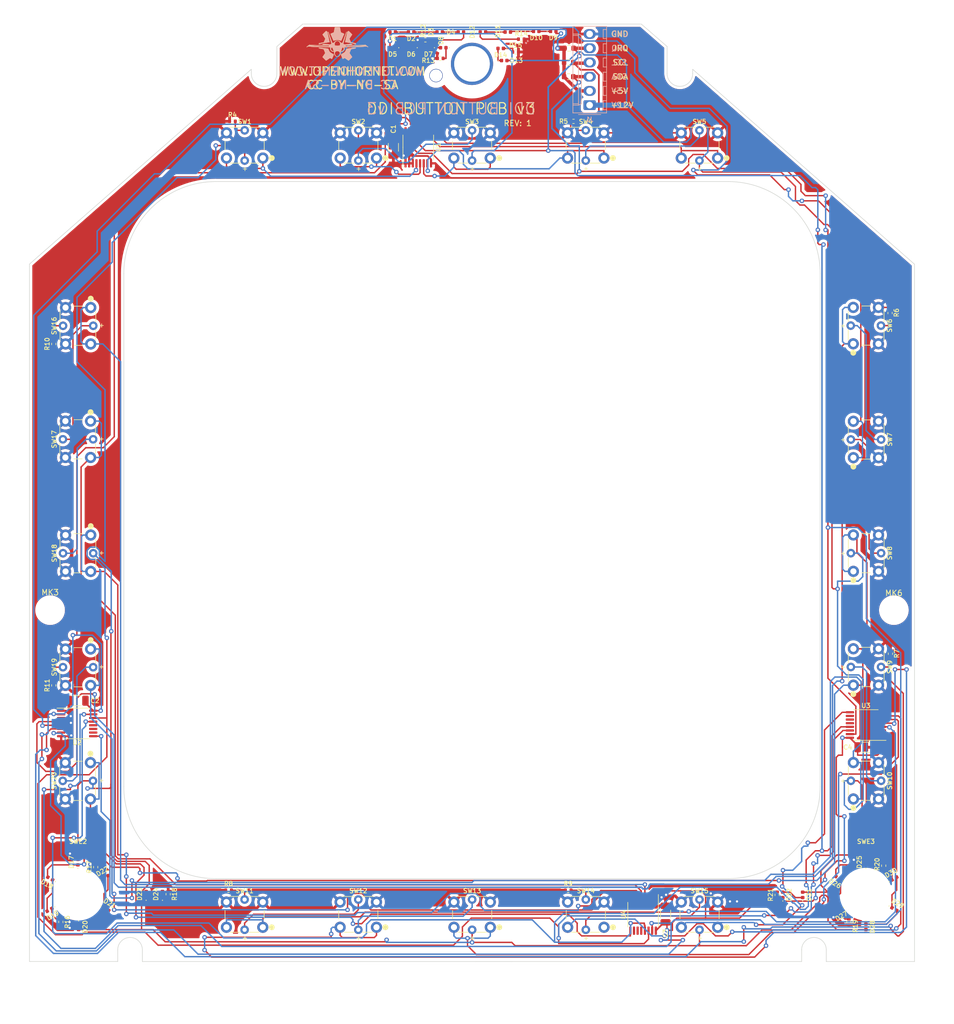
<source format=kicad_pcb>
(kicad_pcb (version 20211014) (generator pcbnew)
  (layers (0 "F.Cu" signal) (31 "B.Cu" signal) (34 "B.Paste" user) (35 "F.Paste" user) (36 "B.SilkS" user "B.Silkscreen") (37 "F.SilkS" user "F.Silkscreen") (38 "B.Mask" user) (39 "F.Mask" user) (44 "Edge.Cuts" user))
  (net 0 "")
  (net 1 "+5V")
  (net 2 "SDA")
  (net 3 "SCL")
  (net 4 "IRQ")
  (net 5 "GND")
  (net 6 "Net-(U2-Pad10)")
  (net 7 "Net-(U2-Pad11)")
  (net 8 "Net-(U2-Pad12)")
  (net 9 "Net-(U3-Pad12)")
  (net 10 "Net-(U3-Pad11)")
  (net 11 "Net-(U3-Pad10)")
  (net 12 "Net-(U4-Pad12)")
  (net 13 "Net-(U4-Pad11)")
  (net 14 "Net-(U4-Pad10)")
  (net 15 "Net-(D1-Pad1)")
  (net 16 "Net-(D10-Pad2)")
  (net 17 "Net-(U1-Pad12)")
  (net 18 "Net-(U1-Pad11)")
  (net 19 "Net-(U1-Pad10)")
  (net 20 "VCC")
  (net 21 "Net-(D2-Pad1)")
  (net 22 "Net-(D3-Pad1)")
  (net 23 "Net-(D4-Pad1)")
  (net 24 "Net-(D5-Pad1)")
  (net 25 "Net-(D6-Pad1)")
  (net 26 "Net-(D7-Pad1)")
  (net 27 "Net-(D8-Pad1)")
  (net 28 "Net-(D10-Pad1)")
  (net 29 "Net-(D11-Pad1)")
  (net 30 "Net-(D12-Pad1)")
  (net 31 "Net-(D13-Pad1)")
  (net 32 "Net-(D14-Pad1)")
  (net 33 "Net-(D17-Pad1)")
  (net 34 "Net-(D18-Pad1)")
  (net 35 "Net-(D19-Pad1)")
  (net 36 "Net-(D20-Pad1)")
  (net 37 "Net-(D21-Pad1)")
  (net 38 "Net-(D22-Pad1)")
  (net 39 "Net-(D23-Pad1)")
  (net 40 "Net-(D24-Pad1)")
  (net 41 "Net-(D25-Pad1)")
  (net 42 "Net-(D26-Pad1)")
  (net 43 "Net-(D27-Pad1)")
  (net 44 "Net-(D28-Pad1)")
  (net 45 "Net-(D29-Pad1)")
  (net 46 "Net-(D30-Pad1)")
  (net 47 "Net-(D31-Pad1)")
  (net 48 "Net-(D32-Pad1)")
  (net 49 "Net-(R4-Pad2)")
  (net 50 "Net-(R5-Pad2)")
  (net 51 "Net-(R6-Pad2)")
  (net 52 "Net-(R7-Pad2)")
  (net 53 "Net-(R8-Pad2)")
  (net 54 "Net-(R9-Pad2)")
  (net 55 "Net-(R10-Pad2)")
  (net 56 "Net-(R11-Pad2)")
  (net 57 "Net-(SW1-Pad4)")
  (net 58 "/U1P0")
  (net 59 "/U1P1")
  (net 60 "Net-(SW2-Pad4)")
  (net 61 "/U1P2")
  (net 62 "/U1P3")
  (net 63 "Net-(SW4-Pad4)")
  (net 64 "/U1P4")
  (net 65 "/U2P0")
  (net 66 "Net-(SW6-Pad4)")
  (net 67 "Net-(SW7-Pad4)")
  (net 68 "/U2P1")
  (net 69 "/U2P2")
  (net 70 "Net-(SW10-Pad3)")
  (net 71 "/U2P3")
  (net 72 "/U2P4")
  (net 73 "Net-(SW11-Pad4)")
  (net 74 "/U3P0")
  (net 75 "/U3P1")
  (net 76 "Net-(SW12-Pad4)")
  (net 77 "/U3P2")
  (net 78 "/U3P3")
  (net 79 "Net-(SW14-Pad4)")
  (net 80 "/U3P4")
  (net 81 "Net-(SW16-Pad4)")
  (net 82 "/U4P0")
  (net 83 "/U4P1")
  (net 84 "Net-(SW17-Pad4)")
  (net 85 "/U4P2")
  (net 86 "/U4P3")
  (net 87 "Net-(SW19-Pad4)")
  (net 88 "/U4P4")
  (footprint "OH_Footprints:C_1206_3216Metric" (layer "F.Cu") (at 193.659691 -212.319824 -90)
    (fp_text reference "C1")
    (fp_text value "47uF")
  )
  (footprint "OH_Footprints:C_1206_3216Metric" (layer "F.Cu") (at 137.144691 -113.513824 180)
    (fp_text reference "C2")
    (fp_text value "47uF")
  )
  (footprint "OH_Footprints:C_1206_3216Metric" (layer "F.Cu") (at 242.300691 -75.413824 90)
    (fp_text reference "C3")
    (fp_text value "47uF")
  )
  (footprint "OH_Footprints:C_1206_3216Metric" (layer "F.Cu") (at 278.114691 -105.195324)
    (fp_text reference "C4")
    (fp_text value "47uF")
  )
  (footprint "OH_Footprints:LED_0402_1005Metric" (layer "F.Cu") (at 193.532691 -232.893824 180)
    (fp_text reference "D1")
    (fp_text value "LED")
  )
  (footprint "OH_Footprints:LED_0402_1005Metric" (layer "F.Cu") (at 196.834691 -232.893824 180)
    (fp_text reference "D2")
    (fp_text value "LED")
  )
  (footprint "OH_Footprints:LED_0402_1005Metric" (layer "F.Cu") (at 201.937691 -232.893824 180)
    (fp_text reference "D3")
    (fp_text value "LED")
  )
  (footprint "OH_Footprints:LED_0402_1005Metric" (layer "F.Cu") (at 205.724691 -232.893824 180)
    (fp_text reference "D4")
    (fp_text value "LED")
  )
  (footprint "OH_Footprints:LED_0402_1005Metric" (layer "F.Cu") (at 193.532691 -230.099824 180)
    (fp_text reference "D5")
    (fp_text value "LED")
  )
  (footprint "OH_Footprints:LED_0402_1005Metric" (layer "F.Cu") (at 196.834691 -230.099824 180)
    (fp_text reference "D6")
    (fp_text value "LED")
  )
  (footprint "OH_Footprints:LED_0402_1005Metric" (layer "F.Cu") (at 199.905691 -230.099824 180)
    (fp_text reference "D7")
    (fp_text value "LED")
  )
  (footprint "OH_Footprints:LED_0402_1005Metric" (layer "F.Cu") (at 202.572691 -230.099824 180)
    (fp_text reference "D8")
    (fp_text value "LED")
  )
  (footprint "OH_Footprints:LED_0402_1005Metric" (layer "F.Cu") (at 222.234691 -233.020824)
    (fp_text reference "D9")
    (fp_text value "LED")
  )
  (footprint "OH_Footprints:LED_0402_1005Metric" (layer "F.Cu") (at 219.186691 -233.020824)
    (fp_text reference "D10")
    (fp_text value "LED")
  )
  (footprint "OH_Footprints:LED_0402_1005Metric" (layer "F.Cu") (at 214.106691 -232.893824)
    (fp_text reference "D11")
    (fp_text value "LED")
  )
  (footprint "OH_Footprints:LED_0402_1005Metric" (layer "F.Cu") (at 209.661691 -232.893824)
    (fp_text reference "D12")
    (fp_text value "LED")
  )
  (footprint "OH_Footprints:LED_0402_1005Metric" (layer "F.Cu") (at 213.471691 -227.813824)
    (fp_text reference "D13")
    (fp_text value "LED")
  )
  (footprint "OH_Footprints:LED_0402_1005Metric" (layer "F.Cu") (at 212.836691 -229.972824 180)
    (fp_text reference "D14")
    (fp_text value "LED")
  )
  (footprint "OH_Footprints:LED_0402_1005Metric" (layer "F.Cu") (at 137.271691 -84.684824 90)
    (fp_text reference "D17")
    (fp_text value "LED")
  )
  (footprint "OH_Footprints:LED_0402_1005Metric" (layer "F.Cu") (at 132.318691 -81.763824 150)
    (fp_text reference "D18")
    (fp_text value "LED")
  )
  (footprint "OH_Footprints:LED_0402_1005Metric" (layer "F.Cu") (at 132.191691 -76.175824 -150)
    (fp_text reference "D19")
    (fp_text value "LED")
  )
  (footprint "OH_Footprints:LED_0402_1005Metric" (layer "F.Cu") (at 137.398691 -73.127824 -90)
    (fp_text reference "D20")
    (fp_text value "LED")
  )
  (footprint "OH_Footprints:LED_0402_1005Metric" (layer "F.Cu") (at 142.351691 -76.302824 -30)
    (fp_text reference "D21")
    (fp_text value "LED")
  )
  (footprint "OH_Footprints:LED_0402_1005Metric" (layer "F.Cu") (at 142.224691 -82.017824 30)
    (fp_text reference "D22")
    (fp_text value "LED")
  )
  (footprint "OH_Footprints:LED_0402_1005Metric" (layer "F.Cu") (at 149.463691 -78.969824 90)
    (fp_text reference "D23")
    (fp_text value "LED")
  )
  (footprint "OH_Footprints:LED_0402_1005Metric" (layer "F.Cu") (at 152.384691 -78.969824 90)
    (fp_text reference "D24")
    (fp_text value "LED")
  )
  (footprint "OH_Footprints:LED_0402_1005Metric" (layer "F.Cu") (at 278.114691 -84.684824 90)
    (fp_text reference "D25")
    (fp_text value "LED")
  )
  (footprint "OH_Footprints:LED_0402_1005Metric" (layer "F.Cu") (at 273.161691 -81.890824 150)
    (fp_text reference "D26")
    (fp_text value "LED")
  )
  (footprint "OH_Footprints:LED_0402_1005Metric" (layer "F.Cu") (at 273.161691 -76.048824 -150)
    (fp_text reference "D27")
    (fp_text value "LED")
  )
  (footprint "OH_Footprints:LED_0402_1005Metric" (layer "F.Cu") (at 278.114691 -73.127824 -90)
    (fp_text reference "D28")
    (fp_text value "LED")
  )
  (footprint "OH_Footprints:LED_0402_1005Metric" (layer "F.Cu") (at 283.194691 -76.302824 -30)
    (fp_text reference "D29")
    (fp_text value "LED")
  )
  (footprint "OH_Footprints:LED_0402_1005Metric" (layer "F.Cu") (at 283.194691 -81.763824 30)
    (fp_text reference "D30")
    (fp_text value "LED")
  )
  (footprint "OH_Footprints:LED_0402_1005Metric" (layer "F.Cu") (at 266.811691 -78.842824 90)
    (fp_text reference "D31")
    (fp_text value "LED")
  )
  (footprint "OH_Footprints:LED_0402_1005Metric" (layer "F.Cu") (at 263.255691 -78.842824 90)
    (fp_text reference "D32")
    (fp_text value "LED")
  )
  (footprint "OH_Footprints:R_0603_1608Metric" (layer "F.Cu") (at 225.049926 -230.005564)
    (fp_text reference "R1" hide)
    (fp_text value "10K" hide)
  )
  (footprint "OH_Footprints:R_0603_1608Metric" (layer "F.Cu") (at 224.986926 -227.465564)
    (fp_text reference "R2" hide)
    (fp_text value "10K" hide)
  )
  (footprint "OH_Footprints:R_0603_1608Metric" (layer "F.Cu") (at 224.986926 -224.925564)
    (fp_text reference "R3" hide)
    (fp_text value "10K")
  )
  (footprint "OH_Footprints:R_0402_1005Metric" (layer "F.Cu") (at 164.894191 -216.955324)
    (fp_text reference "R4")
    (fp_text value "150")
  )
  (footprint "OH_Footprints:R_0402_1005Metric" (layer "F.Cu") (at 225.854191 -216.955324)
    (fp_text reference "R5")
    (fp_text value "270")
  )
  (footprint "OH_Footprints:R_0402_1005Metric" (layer "F.Cu") (at 282.432691 -182.728824 -90)
    (fp_text reference "R6")
    (fp_text value "150")
  )
  (footprint "OH_Footprints:R_0402_1005Metric" (layer "F.Cu") (at 164.195691 -79.668324)
    (fp_text reference "R8")
    (fp_text value "150")
  )
  (footprint "OH_Footprints:R_0402_1005Metric" (layer "F.Cu") (at 224.901691 -79.668324)
    (fp_text reference "R9")
    (fp_text value "270")
  )
  (footprint "OH_Footprints:R_0402_1005Metric" (layer "F.Cu") (at 132.953691 -177.204324 90)
    (fp_text reference "R10")
    (fp_text value "150")
  )
  (footprint "OH_Footprints:R_0402_1005Metric" (layer "F.Cu") (at 132.953691 -116.244324 90)
    (fp_text reference "R11")
    (fp_text value "270")
  )
  (footprint "OH_Footprints:R_0402_1005Metric" (layer "F.Cu") (at 199.376691 -231.496824 180)
    (fp_text reference "R12")
    (fp_text value "33")
  )
  (footprint "OH_Footprints:R_0402_1005Metric" (layer "F.Cu") (at 202.041691 -228.194824 180)
    (fp_text reference "R13")
    (fp_text value "33")
  )
  (footprint "OH_Footprints:R_0402_1005Metric" (layer "F.Cu") (at 216.519691 -231.623824)
    (fp_text reference "R14")
    (fp_text value "33")
  )
  (footprint "OH_Footprints:R_0402_1005Metric" (layer "F.Cu") (at 215.503691 -229.337824)
    (fp_text reference "R15")
    (fp_text value "270")
  )
  (footprint "OH_Footprints:R_0402_1005Metric" (layer "F.Cu") (at 134.223691 -74.016824 -90)
    (fp_text reference "R16")
    (fp_text value "150")
  )
  (footprint "OH_Footprints:R_0402_1005Metric" (layer "F.Cu") (at 140.446691 -83.795824 90)
    (fp_text reference "R17")
    (fp_text value "150")
  )
  (footprint "OH_Footprints:R_0402_1005Metric" (layer "F.Cu") (at 153.400691 -78.969824 90)
    (fp_text reference "R18")
    (fp_text value "270")
  )
  (footprint "OH_Footprints:R_0402_1005Metric" (layer "F.Cu") (at 275.066691 -74.016824 -90)
    (fp_text reference "R19")
    (fp_text value "150")
  )
  (footprint "OH_Footprints:R_0402_1005Metric" (layer "F.Cu") (at 281.289691 -84.049824 90)
    (fp_text reference "R20")
    (fp_text value "150")
  )
  (footprint "OH_Footprints:R_0402_1005Metric" (layer "F.Cu") (at 262.239691 -78.842824 90)
    (fp_text reference "R21")
    (fp_text value "270")
  )
  (footprint "OH_Footprints:TSSOP-16_4.4x5mm_P0.65mm" (layer "F.Cu") (at 198.104691 -212.319824 90)
    (fp_text reference "U1")
    (fp_text value "TCA9554PWR")
  )
  (footprint "OH_Footprints:TSSOP-16_4.4x5mm_P0.65mm" (layer "F.Cu") (at 137.144691 -109.449824)
    (fp_text reference "U2")
    (fp_text value "TCA9554PWR")
  )
  (footprint "OH_Footprints:TSSOP-16_4.4x5mm_P0.65mm" (layer "F.Cu") (at 278.114691 -109.170424 180)
    (fp_text reference "U3")
    (fp_text value "TCA9554PWR")
  )
  (footprint "OH_Footprints:TSSOP-16_4.4x5mm_P0.65mm" (layer "F.Cu") (at 238.287491 -75.312224 -90)
    (fp_text reference "U4")
    (fp_text value "TCA9554PWR")
  )
  (footprint "OH_Footprints:TL1240GQ_old" (layer "F.Cu") (at 163.830566 -214.897924)
    (fp_text reference "SW1")
    (fp_text value "TL1240GQ_old")
  )
  (footprint "OH_Footprints:TL1240GQ_old" (layer "F.Cu") (at 204.470566 -214.897924)
    (fp_text reference "SW3")
    (fp_text value "TL1240GQ_old")
  )
  (footprint "OH_Footprints:TL1240GQ_old" (layer "F.Cu") (at 224.790566 -214.897924)
    (fp_text reference "SW4")
    (fp_text value "TL1240GQ_old")
  )
  (footprint "OH_Footprints:TL1240GQ_old" (layer "F.Cu") (at 245.110566 -214.897924)
    (fp_text reference "SW5")
    (fp_text value "TL1240GQ_old")
  )
  (footprint "OH_Footprints:TL1240GQ_old" (layer "F.Cu") (at 280.353066 -183.732124 -90)
    (fp_text reference "SW6")
    (fp_text value "TL1240GQ_old")
  )
  (footprint "OH_Footprints:TL1240GQ_old" (layer "F.Cu") (at 280.375291 -163.399424 -90)
    (fp_text reference "SW7")
    (fp_text value "TL1240GQ_old")
  )
  (footprint "OH_Footprints:TL1240GQ_old" (layer "F.Cu") (at 280.375291 -143.104824 -90)
    (fp_text reference "SW8")
    (fp_text value "TL1240GQ_old")
  )
  (footprint "OH_Footprints:TL1240GQ_old" (layer "F.Cu") (at 280.375291 -122.782424 -90)
    (fp_text reference "SW9")
    (fp_text value "TL1240GQ_old")
  )
  (footprint "OH_Footprints:TL1240GQ_old" (layer "F.Cu") (at 280.375291 -102.464824 -90)
    (fp_text reference "SW10")
    (fp_text value "TL1240GQ_old")
  )
  (footprint "OH_Footprints:TL1240GQ_old" (layer "F.Cu") (at 163.817866 -77.560124)
    (fp_text reference "SW11")
    (fp_text value "TL1240GQ_old")
  )
  (footprint "OH_Footprints:TL1240GQ_old" (layer "F.Cu") (at 184.137866 -77.560124)
    (fp_text reference "SW12")
    (fp_text value "TL1240GQ_old")
  )
  (footprint "OH_Footprints:TL1240GQ_old" (layer "F.Cu") (at 204.483266 -77.560124)
    (fp_text reference "SW13")
    (fp_text value "TL1240GQ_old")
  )
  (footprint "OH_Footprints:TL1240GQ_old" (layer "F.Cu") (at 224.803266 -77.560124)
    (fp_text reference "SW14")
    (fp_text value "TL1240GQ_old")
  )
  (footprint "OH_Footprints:TL1240GQ_old" (layer "F.Cu") (at 245.123266 -77.560124)
    (fp_text reference "SW15")
    (fp_text value "TL1240GQ_old")
  )
  (footprint "OH_Footprints:TL1240GQ_old" (layer "F.Cu") (at 135.065066 -177.204324 90)
    (fp_text reference "SW16")
    (fp_text value "TL1240GQ_old")
  )
  (footprint "OH_Footprints:TL1240GQ_old" (layer "F.Cu") (at 135.039666 -156.935124 90)
    (fp_text reference "SW17")
    (fp_text value "TL1240GQ_old")
  )
  (footprint "OH_Footprints:TL1240GQ_old" (layer "F.Cu") (at 135.065066 -136.589724 90)
    (fp_text reference "SW18")
    (fp_text value "TL1240GQ_old")
  )
  (footprint "OH_Footprints:TL1240GQ_old" (layer "F.Cu") (at 135.014266 -95.949724 90)
    (fp_text reference "SW20")
    (fp_text value "TL1240GQ_old")
  )
  (footprint "OH_Footprints:TL1240GQ_old" (layer "F.Cu") (at 184.150566 -214.897924)
    (fp_text reference "SW2")
    (fp_text value "TL1240GQ_old")
  )
  (footprint "Switches:MRY106_RotarySW" (layer "F.Cu") (at 207.709066 -227.216924)
    (fp_text reference "SWE1" hide)
    (fp_text value "MRY106_RotarySW" hide)
  )
  (footprint "MountingHole:MountingHole_8.4mm_M8" (layer "F.Cu") (at 137.303441 -78.969824)
    (fp_text reference "SWE2")
    (fp_text value "MountingHole_8.4mm_M8")
  )
  (footprint "MountingHole:MountingHole_8.4mm_M8" (layer "F.Cu") (at 278.114691 -78.969824)
    (fp_text reference "SWE3")
    (fp_text value "MountingHole_8.4mm_M8")
  )
  (footprint "OH_Footprints:R_0402_1005Metric" (layer "F.Cu") (at 282.496191 -121.895824 -90)
    (fp_text reference "R7")
    (fp_text value "270")
  )
  (footprint "OH_Footprints:TL1240GQ_old" (layer "F.Cu") (at 135.049191 -116.244324 90)
    (fp_text reference "SW19")
    (fp_text value "TL1240GQ_old")
  )
  (footprint "MountingHole:MountingHole_4.3mm_M4" (layer "F.Cu") (at 132.305987 -129.680924)
    (fp_text reference "MK3")
    (fp_text value "MH")
  )
  (footprint "MountingHole:MountingHole_4.3mm_M4" (layer "F.Cu") (at 283.112145 -129.680924)
    (fp_text reference "MK6")
    (fp_text value "MH")
  )
  (footprint "KiCAD Libraries:OH_LOGO_ONLY_11x6mm" (layer "F.Cu") (at 183.647926 -230.640564)
    (fp_text reference "G***" hide)
    (fp_text value "OH_LOGO_ONLY_11x6mm" hide)
  )
  (footprint "Connector_Molex:Molex_KK-254_AE-6410-06A_1x06_P2.54mm_Vertical" (layer "B.Cu") (at 228.732926 -219.845564 90)
    (fp_text reference "J1")
    (fp_text value "Conn_01x06")
  )
  (footprint "KiCAD Libraries:OH_LOGO_ONLY_11x6mm" (layer "B.Cu") (at 183.647926 -230.640564 180)
    (fp_text reference "G***" hide)
    (fp_text value "OH_LOGO_ONLY_11x6mm" hide)
  )
  (gr_line (start 148.790316 -66.938424) (end 266.627816 -66.942923) (layer "Edge.Cuts") (width 0.1))
  (gr_line (start 242.581383 -230.312549) (end 237.96186 -234.328926) (layer "Edge.Cuts") (width 0.1))
  (gr_line (start 247.153383 -226.248549) (end 286.80606 -191.436078) (layer "Edge.Cuts") (width 0.1))
  (gr_line (start 172.836749 -230.312549) (end 177.45906 -234.328926) (layer "Edge.Cuts") (width 0.1))
  (gr_line (start 168.264749 -226.248549) (end 128.61486 -191.461478) (layer "Edge.Cuts") (width 0.1))
  (gr_line (start 128.61486 -66.950678) (end 128.61486 -191.461478) (layer "Edge.Cuts") (width 0.1))
  (gr_arc (start 266.627816 -69.038424) (mid 268.827816 -71.238424) (end 271.027816 -69.038424) (layer "Edge.Cuts") (width 0.1))
  (gr_line (start 242.581383 -225.486549) (end 242.581383 -230.312549) (layer "Edge.Cuts") (width 0.1))
  (gr_line (start 253.497926 -81.738423) (end 161.920208 -81.738423) (layer "Edge.Cuts") (width 0.1))
  (gr_line (start 148.790316 -69.038424) (end 148.790316 -66.938424) (layer "Edge.Cuts") (width 0.1))
  (gr_line (start 177.45906 -234.328926) (end 237.96186 -234.328926) (layer "Edge.Cuts") (width 0.1))
  (gr_line (start 161.920206 -206.198424) (end 253.497924 -206.198424) (layer "Edge.Cuts") (width 0.1))
  (gr_line (start 266.627816 -69.038424) (end 266.627816 -66.942923) (layer "Edge.Cuts") (width 0.1))
  (gr_arc (start 253.497924 -206.198423) (mid 265.123567 -201.382925) (end 269.939066 -189.757283) (layer "Edge.Cuts") (width 0.1))
  (gr_line (start 172.836749 -225.486549) (end 172.836749 -230.312549) (layer "Edge.Cuts") (width 0.1))
  (gr_arc (start 144.390316 -69.038424) (mid 146.590316 -71.238424) (end 148.790316 -69.038424) (layer "Edge.Cuts") (width 0.1))
  (gr_line (start 128.61486 -66.950678) (end 144.390316 -66.950678) (layer "Edge.Cuts") (width 0.1))
  (gr_line (start 144.390316 -69.038424) (end 144.390316 -66.950678) (layer "Edge.Cuts") (width 0.1))
  (gr_line (start 247.153383 -225.486549) (end 247.153383 -226.248549) (layer "Edge.Cuts") (width 0.1))
  (gr_line (start 269.939066 -189.757283) (end 269.939064 -98.179565) (layer "Edge.Cuts") (width 0.1))
  (gr_arc (start 161.920208 -81.738424) (mid 150.294565 -86.553922) (end 145.479066 -98.179564) (layer "Edge.Cuts") (width 0.1))
  (gr_line (start 286.80606 -66.942923) (end 271.027816 -66.942923) (layer "Edge.Cuts") (width 0.1))
  (gr_arc (start 269.939067 -98.179565) (mid 265.123569 -86.553922) (end 253.497926 -81.738423) (layer "Edge.Cuts") (width 0.1))
  (gr_line (start 168.264749 -225.486549) (end 168.264749 -226.248549) (layer "Edge.Cuts") (width 0.1))
  (gr_arc (start 172.836749 -225.486549) (mid 170.550749 -223.200549) (end 168.264749 -225.486549) (layer "Edge.Cuts") (width 0.1))
  (gr_line (start 271.027816 -69.038424) (end 271.027816 -66.942923) (layer "Edge.Cuts") (width 0.1))
  (gr_line (start 145.479066 -98.179564) (end 145.479067 -189.757285) (layer "Edge.Cuts") (width 0.1))
  (gr_arc (start 247.153383 -225.486549) (mid 244.867383 -223.200549) (end 242.581383 -225.486549) (layer "Edge.Cuts") (width 0.1))
  (gr_arc (start 145.479065 -189.757285) (mid 150.294564 -201.382926) (end 161.920206 -206.198424) (layer "Edge.Cuts") (width 0.1))
  (gr_line (start 286.80606 -66.942923) (end 286.80606 -191.436078) (layer "Edge.Cuts") (width 0.1))
  (gr_text "WWW.OPENHORNET.COM\nCC BY-NC-SA" (at 186.028026 -224.671564) (layer "B.SilkS") (effects (font (size 1.5 1.5) (thickness 0.2)) (justify mirror)))
  (gr_text "DDI BUTTON PCB v3\n" (at 203.967926 -219.210564) (layer "B.SilkS") (effects (font (size 2 2) (thickness 0.2)) (justify mirror)))
  (gr_text "+12V" (at 232.542926 -219.845564) (layer "B.SilkS") (effects (font (size 1 1)) (justify right mirror)))
  (gr_text "IRQ" (at 232.542926 -230.005564) (layer "B.SilkS") (effects (font (size 1 1)) (justify right mirror)))
  (gr_text "SDA" (at 232.542926 -224.925564) (layer "B.SilkS") (effects (font (size 1 1)) (justify right mirror)))
  (gr_text "GND" (at 232.542926 -232.545564) (layer "B.SilkS") (effects (font (size 1 1)) (justify right mirror)))
  (gr_text "+5V" (at 232.542926 -222.385564) (layer "B.SilkS") (effects (font (size 1 1)) (justify right mirror)))
  (gr_text "SCL" (at 232.542926 -227.465564) (layer "B.SilkS") (effects (font (size 1 1)) (justify right mirror)))
  (gr_text "+5V" (at 235.717926 -222.385564) (layer "F.SilkS") (effects (font (size 1 1)) (justify right)))
  (gr_text "IRQ" (at 235.717926 -230.005564) (layer "F.SilkS") (effects (font (size 1 1)) (justify right)))
  (gr_text "SCL" (at 235.717926 -227.465564) (layer "F.SilkS") (effects (font (size 1 1)) (justify right)))
  (gr_text "+12V" (at 236.647926 -219.845564) (layer "F.SilkS") (effects (font (size 1 1)) (justify right)))
  (gr_text "SDA" (at 235.717926 -224.925564) (layer "F.SilkS") (effects (font (size 1 1)) (justify right)))
  (gr_text "GND" (at 235.717926 -232.545564) (layer "F.SilkS") (effects (font (size 1 1)) (justify right)))
  (gr_text "DDI BUTTON PCB v3\n" (at 203.967926 -219.210564) (layer "F.SilkS") (effects (font (size 2 2) (thickness 0.2))))
  (gr_text "REV: 1" (at 215.877826 -216.621564) (layer "F.SilkS") (effects (font (size 1 1))))
  (gr_text "WWW.OPENHORNET.COM\nCC BY-NC-SA" (at 186.347826 -224.671564) (layer "F.SilkS") (effects (font (size 1.5 1.5) (thickness 0.2))))
  (segment (start 243.5271 -73.8954) (end 244.3208 -74.6891) (width 0.25) (layer "F.Cu") (net 1))
  (segment (start 276.64 -105.195) (end 276.64 -105.508) (width 0.3048) (layer "F.Cu") (net 1))
  (segment (start 138.62 -113.112) (end 138.62 -113.514) (width 0.3048) (layer "F.Cu") (net 1))
  (segment (start 224.161926 -229.942564) (end 224.224926 -230.005564) (width 0.6096) (layer "F.Cu") (net 1))
  (segment (start 140.007 -111.725) (end 138.62 -113.112) (width 0.3048) (layer "F.Cu") (net 1))
  (segment (start 239.912 -79.2992) (end 239.912 -78.1747) (width 0.25) (layer "F.Cu") (net 1))
  (segment (start 273.9145 -106.895) (end 273.9145 -103.7901) (width 0.25) (layer "F.Cu") (net 1))
  (segment (start 141.792 -158.679) (end 143.769926 -160.656926) (width 0.25) (layer "F.Cu") (net 1))
  (segment (start 276.64 -105.508) (end 275.252 -106.895) (width 0.3048) (layer "F.Cu") (net 1))
  (segment (start 137.0885 -125.2087) (end 137.0885 -157.0915) (width 0.25) (layer "F.Cu") (net 1))
  (segment (start 240.162 -79.5492) (end 239.912 -79.2992) (width 0.25) (layer "F.Cu") (net 1))
  (segment (start 243.5271 -72.5231) (end 243.5271 -73.8954) (width 0.25) (layer "F.Cu") (net 1))
  (segment (start 137.0885 -157.0915) (end 138.676 -158.679) (width 0.25) (layer "F.Cu") (net 1))
  (segment (start 192.205 -209.6981) (end 192.205 -213.795) (width 0.25) (layer "F.Cu") (net 1))
  (segment (start 240.562 -78.1747) (end 240.562 -79.5492) (width 0.25) (layer "F.Cu") (net 1))
  (segment (start 241.477487 -70.769) (end 241.466232 -70.757745) (width 0.25) (layer "F.Cu") (net 1))
  (segment (start 140.0075 -111.725) (end 141.3455 -111.725) (width 0.25) (layer "F.Cu") (net 1))
  (segment (start 130.8364 -107.4766) (end 130.8364 -103.1141) (width 0.25) (layer "F.Cu") (net 1))
  (segment (start 276.64 -103.7901) (end 280.1838 -103.7901) (width 0.25) (layer "F.Cu") (net 1))
  (segment (start 226.701926 -222.385564) (end 224.161926 -224.925564) (width 0.6096) (layer "F.Cu") (net 1))
  (segment (start 255.548 -74.6891) (end 258.592668 -77.733768) (width 0.25) (layer "F.Cu") (net 1))
  (segment (start 195.83 -216.5205) (end 193.7925 -216.5205) (width 0.25) (layer "F.Cu") (net 1))
  (segment (start 280.9775 -104.5839) (end 280.9775 -106.895) (width 0.25) (layer "F.Cu") (net 1))
  (segment (start 143.769926 -198.205426) (end 153.345064 -207.780564) (width 0.25) (layer "F.Cu") (net 1))
  (segment (start 153.345064 -207.780564) (end 190.287464 -207.780564) (width 0.25) (layer "F.Cu") (net 1))
  (segment (start 193.66 -213.795) (end 194.442 -213.795) (width 0.3048) (layer "F.Cu") (net 1))
  (segment (start 273.9145 -103.7901) (end 273.2093 -103.7901) (width 0.25) (layer "F.Cu") (net 1))
  (segment (start 249.4601 -74.6891) (end 249.4601 -78.7555) (width 0.25) (layer "F.Cu") (net 1))
  (segment (start 244.3208 -74.6891) (end 249.4601 -74.6891) (width 0.25) (layer "F.Cu") (net 1))
  (segment (start 132.9445 -111.075) (end 134.2825 -111.075) (width 0.25) (layer "F.Cu") (net 1))
  (segment (start 136.3741 -125.2087) (end 137.0885 -125.2087) (width 0.25) (layer "F.Cu") (net 1))
  (segment (start 258.592668 -77.733768) (end 268.587248 -77.733768) (width 0.25) (layer "F.Cu") (net 1))
  (segment (start 274.2626 -84.9249) (end 272.9541 -84.9249) (width 0.25) (layer "F.Cu") (net 1))
  (segment (start 242.3099 -73.9388) (end 242.5599 -73.6888) (width 0.25) (layer "F.Cu") (net 1))
  (segment (start 143.769926 -160.656926) (end 143.769926 -198.205426) (width 0.25) (layer "F.Cu") (net 1))
  (segment (start 224.161926 -224.925564) (end 224.161926 -227.465564) (width 0.6096) (layer "F.Cu") (net 1))
  (segment (start 193.66 -213.795) (end 192.205 -213.795) (width 0.25) (layer "F.Cu") (net 1))
  (segment (start 280.1838 -103.7901) (end 280.9775 -104.5839) (width 0.25) (layer "F.Cu") (net 1))
  (segment (start 242.5599 -73.6888) (end 242.5599 -72.5231) (width 0.25) (layer "F.Cu") (net 1))
  (segment (start 228.732926 -222.385564) (end 226.701926 -222.385564) (width 0.6096) (layer "F.Cu") (net 1))
  (segment (start 270.800571 -82.771371) (end 270.800571 -81.538529) (width 0.25) (layer "F.Cu") (net 1))
  (segment (start 132.9445 -111.1501) (end 132.9445 -111.075) (width 0.25) (layer "F.Cu") (net 1))
  (segment (start 242.5599 -72.5231) (end 243.5271 -72.5231) (width 0.25) (layer "F.Cu") (net 1))
  (segment (start 272.9541 -84.9249) (end 270.800571 -82.771371) (width 0.25) (layer "F.Cu") (net 1))
  (segment (start 245.3872 -70.769) (end 241.477487 -70.769) (width 0.25) (layer "F.Cu") (net 1))
  (segment (start 193.7925 -216.5205) (end 192.205 -214.933) (width 0.25) (layer "F.Cu") (net 1))
  (segment (start 192.205 -214.933) (end 192.205 -213.795) (width 0.25) (layer "F.Cu") (net 1))
  (segment (start 249.4601 -78.7555) (end 248.6664 -79.5492) (width 0.25) (layer "F.Cu") (net 1))
  (segment (start 249.4601 -74.6891) (end 255.548 -74.6891) (width 0.25) (layer "F.Cu") (net 1))
  (segment (start 224.224926 -230.005564) (end 223.017926 -230.005564) (width 0.9144) (layer "F.Cu") (net 1))
  (segment (start 273.2093 -92.859) (end 274.2626 -92.859) (width 0.25) (layer "F.Cu") (net 1))
  (segment (start 248.6664 -79.5492) (end 240.562 -79.5492) (width 0.25) (layer "F.Cu") (net 1))
  (segment (start 242.301 -73.9388) (end 242.3099 -73.9388) (width 0.25) (layer "F.Cu") (net 1))
  (segment (start 275.2525 -106.895) (end 273.9145 -106.895) (width 0.25) (layer "F.Cu") (net 1))
  (segment (start 242.301 -73.9388) (end 242.052 -73.9388) (width 0.3048) (layer "F.Cu") (net 1))
  (segment (start 272.8124 -93.2559) (end 273.2093 -92.859) (width 0.25) (layer "F.Cu") (net 1))
  (segment (start 194.442 -213.795) (end 195.83 -215.182) (width 0.3048) (layer "F.Cu") (net 1))
  (segment (start 240.562 -79.5492) (end 240.162 -79.5492) (width 0.25) (layer "F.Cu") (net 1))
  (segment (start 276.64 -105.195) (end 276.64 -103.7901) (width 0.25) (layer "F.Cu") (net 1))
  (segment (start 272.8124 -103.3932) (end 272.8124 -93.2559) (width 0.25) (layer "F.Cu") (net 1))
  (segment (start 242.052 -73.9388) (end 240.562 -72.4497) (width 0.3048) (layer "F.Cu") (net 1))
  (segment (start 190.287464 -207.780564) (end 192.205 -209.6981) (width 0.25) (layer "F.Cu") (net 1))
  (segment (start 273.2093 -103.7901) (end 272.8124 -103.3932) (width 0.25) (layer "F.Cu") (net 1))
  (segment (start 138.676 -158.679) (end 141.792 -158.679) (width 0.25) (layer "F.Cu") (net 1))
  (segment (start 224.161926 -227.465564) (end 224.161926 -229.942564) (width 0.6096) (layer "F.Cu") (net 1))
  (segment (start 268.587248 -77.733768) (end 269.136221 -78.282741) (width 0.25) (layer "F.Cu") (net 1))
  (via (at 130.8364 -107.4766) (size 0.8) (drill 0.4) (layers "F.Cu" "B.Cu") (net 1))
  (via (at 273.9145 -106.895) (size 0.8) (drill 0.4) (layers "F.Cu" "B.Cu") (net 1))
  (via (at 274.2626 -92.859) (size 0.8) (drill 0.4) (layers "F.Cu" "B.Cu") (net 1))
  (via (at 274.2626 -84.9249) (size 0.8) (drill 0.4) (layers "F.Cu" "B.Cu") (net 1))
  (via (at 269.136221 -78.282741) (size 0.8) (drill 0.4) (layers "F.Cu" "B.Cu") (net 1))
  (via (at 132.9445 -111.1501) (size 0.8) (drill 0.4) (layers "F.Cu" "B.Cu") (net 1))
  (via (at 141.3455 -111.725) (size 0.8) (drill 0.4) (layers "F.Cu" "B.Cu") (net 1))
  (via (at 241.466232 -70.757745) (size 0.8) (drill 0.4) (layers "F.Cu" "B.Cu") (net 1))
  (via (at 242.5599 -72.5231) (size 0.8) (drill 0.4) (layers "F.Cu" "B.Cu") (net 1))
  (via (at 223.017926 -230.005564) (size 0.8) (drill 0.4) (layers "F.Cu" "B.Cu") (net 1))
  (via (at 136.3741 -125.2087) (size 0.8) (drill 0.4) (layers "F.Cu" "B.Cu") (net 1))
  (via (at 130.8364 -103.1141) (size 0.8) (drill 0.4) (layers "F.Cu" "B.Cu") (net 1))
  (via (at 270.800571 -81.538529) (size 0.8) (drill 0.4) (layers "F.Cu" "B.Cu") (net 1))
  (via (at 245.3872 -70.769) (size 0.8) (drill 0.4) (layers "F.Cu" "B.Cu") (net 1))
  (via (at 195.83 -216.5205) (size 0.8) (drill 0.4) (layers "F.Cu" "B.Cu") (net 1))
  (segment (start 242.834989 -72.248011) (end 242.834989 -71.092889) (width 0.25) (layer "B.Cu") (net 1))
  (segment (start 242.5599 -72.5231) (end 242.834989 -72.248011) (width 0.25) (layer "B.Cu") (net 1))
  (segment (start 224.47721 -233.29209) (end 224.4042 -233.29209) (width 0.25) (layer "B.Cu") (net 1))
  (segment (start 195.83 -218.2147) (end 195.83 -216.5205) (width 0.25) (layer "B.Cu") (net 1))
  (segment (start 140.579982 -68.833011) (end 144.32846 -72.581489) (width 0.25) (layer "B.Cu") (net 1))
  (segment (start 224.541926 -233.227374) (end 224.47721 -233.29209) (width 0.25) (layer "B.Cu") (net 1))
  (segment (start 131.9444 -110.9001) (end 131.9444 -107.7266) (width 0.25) (layer "B.Cu") (net 1))
  (segment (start 158.741789 -68.255411) (end 242.873611 -68.255411) (width 0.25) (layer "B.Cu") (net 1))
  (segment (start 132.9445 -111.1501) (end 134.7866 -111.1501) (width 0.25) (layer "B.Cu") (net 1))
  (segment (start 130.8364 -103.1141) (end 130.2998 -102.5775) (width 0.25) (layer "B.Cu") (net 1))
  (segment (start 224.541926 -232.452672) (end 224.541926 -233.026554) (width 0.3048) (layer "B.Cu") (net 1))
  (segment (start 224.541926 -233.026554) (end 224.541926 -233.227374) (width 0.25) (layer "B.Cu") (net 1))
  (segment (start 133.401789 -68.833011) (end 140.579982 -68.833011) (width 0.25) (layer "B.Cu") (net 1))
  (segment (start 242.499845 -70.757745) (end 241.466232 -70.757745) (width 0.25) (layer "B.Cu") (net 1))
  (segment (start 144.32846 -72.581489) (end 154.415711 -72.581489) (width 0.25) (layer "B.Cu") (net 1))
  (segment (start 191.9459 -222.0988) (end 195.83 -218.2147) (width 0.25) (layer "B.Cu") (net 1))
  (segment (start 141.4631 -111.725) (end 141.4631 -123.6212) (width 0.25) (layer "B.Cu") (net 1))
  (segment (start 192.7397 -233.3651) (end 191.9459 -232.5714) (width 0.25) (layer "B.Cu") (net 1))
  (segment (start 136.3741 -112.7376) (end 136.3741 -125.2087) (width 0.25) (layer "B.Cu") (net 1))
  (segment (start 131.6944 -107.4766) (end 130.8364 -107.4766) (width 0.25) (layer "B.Cu") (net 1))
  (segment (start 270.800571 -81.538529) (end 269.136221 -79.874179) (width 0.25) (layer "B.Cu") (net 1))
  (segment (start 141.3455 -111.725) (end 141.4631 -111.725) (width 0.25) (layer "B.Cu") (net 1))
  (segment (start 223.976853 -231.887599) (end 224.541926 -232.452672) (width 0.3048) (layer "B.Cu") (net 1))
  (segment (start 242.834989 -71.092889) (end 242.499845 -70.757745) (width 0.25) (layer "B.Cu") (net 1))
  (segment (start 224.4042 -233.3651) (end 192.7397 -233.3651) (width 0.25) (layer "B.Cu") (net 1))
  (segment (start 269.136221 -79.874179) (end 269.136221 -78.282741) (width 0.25) (layer "B.Cu") (net 1))
  (segment (start 274.2626 -92.859) (end 274.2626 -84.9249) (width 0.25) (layer "B.Cu") (net 1))
  (segment (start 130.2998 -71.935) (end 133.401789 -68.833011) (width 0.25) (layer "B.Cu") (net 1))
  (segment (start 134.7866 -111.1501) (end 136.3741 -112.7376) (width 0.25) (layer "B.Cu") (net 1))
  (segment (start 139.8756 -125.2087) (end 136.3741 -125.2087) (width 0.25) (layer "B.Cu") (net 1))
  (segment (start 191.9459 -232.5714) (end 191.9459 -222.0988) (width 0.25) (layer "B.Cu") (net 1))
  (segment (start 154.415711 -72.581489) (end 158.741789 -68.255411) (width 0.25) (layer "B.Cu") (net 1))
  (segment (start 242.873611 -68.255411) (end 245.3872 -70.769) (width 0.25) (layer "B.Cu") (net 1))
  (segment (start 141.4631 -123.6212) (end 139.8756 -125.2087) (width 0.25) (layer "B.Cu") (net 1))
  (segment (start 132.1944 -111.1501) (end 131.9444 -110.9001) (width 0.25) (layer "B.Cu") (net 1))
  (segment (start 131.9444 -107.7266) (end 131.6944 -107.4766) (width 0.25) (layer "B.Cu") (net 1))
  (segment (start 223.538457 -231.887599) (end 223.976853 -231.887599) (width 0.3048) (layer "B.Cu") (net 1))
  (segment (start 130.2998 -102.5775) (end 130.2998 -71.935) (width 0.25) (layer "B.Cu") (net 1))
  (segment (start 132.9445 -111.1501) (end 132.1944 -111.1501) (width 0.25) (layer "B.Cu") (net 1))
  (segment (start 223.017926 -230.005564) (end 223.017926 -231.367068) (width 0.3048) (layer "B.Cu") (net 1))
  (segment (start 223.017926 -231.367068) (end 223.538457 -231.887599) (width 0.3048) (layer "B.Cu") (net 1))
  (segment (start 204.153028 -207.633772) (end 226.488214 -207.633772) (width 0.25) (layer "F.Cu") (net 2))
  (segment (start 267.2979 -203.6822) (end 266.5042 -204.476) (width 0.25) (layer "F.Cu") (net 2))
  (segment (start 266.5042 -204.476) (end 266.5042 -205.6896) (width 0.25) (layer "F.Cu") (net 2))
  (segment (start 263.651236 -208.542564) (end 251.565836 -208.542564) (width 0.25) (layer "F.Cu") (net 2))
  (segment (start 271.324 -197.5564) (end 271.324 -144.4301) (width 0.25) (layer "F.Cu") (net 2))
  (segment (start 271.324 -117.5224) (end 276.3155 -112.5309) (width 0.25) (layer "F.Cu") (net 2))
  (segment (start 196.48 -215.1825) (end 196.48 -212.8369) (width 0.25) (layer "F.Cu") (net 2))
  (segment (start 239.8095 -73.7877) (end 239.912 -73.7877) (width 0.25) (layer "F.Cu") (net 2))
  (segment (start 226.488214 -207.633772) (end 226.888213 -208.033771) (width 0.25) (layer "F.Cu") (net 2))
  (segment (start 198.0675 -211.2494) (end 200.5374 -211.2494) (width 0.25) (layer "F.Cu") (net 2))
  (segment (start 246.4361 -210.2414) (end 246.4361 -209.1603) (width 0.25) (layer "F.Cu") (net 2))
  (segment (start 245.309571 -208.033771) (end 226.888213 -208.033771) (width 0.25) (layer "F.Cu") (net 2))
  (segment (start 131.2134 -97.6518) (end 135.9261 -97.6518) (width 0.25) (layer "F.Cu") (net 2))
  (segment (start 196.48 -212.8369) (end 198.0675 -211.2494) (width 0.25) (layer "F.Cu") (net 2))
  (segment (start 246.4361 -209.1603) (end 245.309571 -208.033771) (width 0.25) (layer "F.Cu") (net 2))
  (segment (start 249.0733 -211.0351) (end 247.2299 -211.0351) (width 0.25) (layer "F.Cu") (net 2))
  (segment (start 138.3444 -111.075) (end 140.0075 -111.075) (width 0.25) (layer "F.Cu") (net 2))
  (segment (start 276.3155 -107.545) (end 275.2525 -107.545) (width 0.25) (layer "F.Cu") (net 2))
  (segment (start 135.9261 -97.6518) (end 135.9261 -98.3038) (width 0.25) (layer "F.Cu") (net 2))
  (segment (start 266.5042 -205.6896) (end 263.651236 -208.542564) (width 0.25) (layer "F.Cu") (net 2))
  (segment (start 247.2299 -211.0351) (end 246.4361 -210.2414) (width 0.25) (layer "F.Cu") (net 2))
  (segment (start 271.324 -197.5564) (end 270.9133 -197.5564) (width 0.25) (layer "F.Cu") (net 2))
  (segment (start 200.5374 -211.2494) (end 204.153028 -207.633772) (width 0.25) (layer "F.Cu") (net 2))
  (segment (start 270.9133 -203.6822) (end 267.2979 -203.6822) (width 0.25) (layer "F.Cu") (net 2))
  (segment (start 239.912 -73.7877) (end 239.912 -72.4497) (width 0.25) (layer "F.Cu") (net 2))
  (segment (start 251.565836 -208.542564) (end 249.0733 -211.0351) (width 0.25) (layer "F.Cu") (net 2))
  (segment (start 225.811926 -224.925564) (end 228.732926 -224.925564) (width 0.6096) (layer "F.Cu") (net 2))
  (segment (start 271.324 -144.4301) (end 271.324 -117.5224) (width 0.25) (layer "F.Cu") (net 2))
  (segment (start 226.827926 -223.909564) (end 225.811926 -224.925564) (width 0.3048) (layer "F.Cu") (net 2))
  (segment (start 276.3155 -112.5309) (end 276.3155 -107.545) (width 0.25) (layer "F.Cu") (net 2))
  (via (at 131.2134 -97.6518) (size 0.8) (drill 0.4) (layers "F.Cu" "B.Cu") (net 2))
  (via (at 239.8095 -73.7877) (size 0.8) (drill 0.4) (layers "F.Cu" "B.Cu") (net 2))
  (via (at 138.3444 -111.075) (size 0.8) (drill 0.4) (layers "F.Cu" "B.Cu") (net 2))
  (via (at 270.9133 -197.5564) (size 0.8) (drill 0.4) (layers "F.Cu" "B.Cu") (net 2))
  (via (at 270.9133 -203.6822) (size 0.8) (drill 0.4) (layers "F.Cu" "B.Cu") (net 2))
  (via (at 135.9261 -98.3038) (size 0.8) (drill 0.4) (layers "F.Cu" "B.Cu") (net 2))
  (via (at 271.324 -144.4301) (size 0.8) (drill 0.4) (layers "F.Cu" "B.Cu") (net 2))
  (via (at 226.888213 -208.033771) (size 0.8) (drill 0.4) (layers "F.Cu" "B.Cu") (net 2))
  (via (at 226.827926 -223.909564) (size 0.8) (drill 0.4) (layers "F.Cu" "B.Cu") (net 2))
  (segment (start 226.888213 -212.552213) (end 225.134723 -212.552213) (width 0.3048) (layer "B.Cu") (net 2))
  (segment (start 222.001926 -215.68501) (end 222.001926 -219.083564) (width 0.3048) (layer "B.Cu") (net 2))
  (segment (start 226.888213 -212.552213) (end 226.888213 -208.033771) (width 0.25) (layer "B.Cu") (net 2))
  (segment (start 281.743087 -73.58149) (end 260.03201 -73.58149) (width 0.25) (layer "B.Cu") (net 2))
  (segment (start 131.2134 -72.312) (end 134.242378 -69.283022) (width 0.25) (layer "B.Cu") (net 2))
  (segment (start 137.6585 -111.075) (end 138.3444 -111.075) (width 0.25) (layer "B.Cu") (net 2))
  (segment (start 137.6585 -99.0976) (end 137.6585 -111.075) (width 0.25) (layer "B.Cu") (net 2))
  (segment (start 284.342 -122.0441) (end 284.342 -76.180403) (width 0.25) (layer "B.Cu") (net 2))
  (segment (start 131.2134 -97.6518) (end 131.2134 -72.312) (width 0.25) (layer "B.Cu") (net 2))
  (segment (start 222.001926 -219.083564) (end 226.827926 -223.909564) (width 0.3048) (layer "B.Cu") (net 2))
  (segment (start 162.9835 -69.6326) (end 242.4912 -69.6326) (width 0.25) (layer "B.Cu") (net 2))
  (segment (start 243.285 -70.4264) (end 243.285 -73.7877) (width 0.25) (layer "B.Cu") (net 2))
  (segment (start 259.2283 -74.3852) (end 243.8825 -74.3852) (width 0.25) (layer "B.Cu") (net 2))
  (segment (start 144.47846 -73.3679) (end 159.2482 -73.3679) (width 0.25) (layer "B.Cu") (net 2))
  (segment (start 239.8095 -73.7877) (end 243.285 -73.7877) (width 0.25) (layer "B.Cu") (net 2))
  (segment (start 159.2482 -73.3679) (end 162.9835 -69.6326) (width 0.25) (layer "B.Cu") (net 2))
  (segment (start 135.9261 -98.3038) (end 136.8648 -98.3038) (width 0.25) (layer "B.Cu") (net 2))
  (segment (start 260.03201 -73.58149) (end 259.2283 -74.3852) (width 0.25) (layer "B.Cu") (net 2))
  (segment (start 136.8648 -98.3038) (end 137.6585 -99.0976) (width 0.25) (layer "B.Cu") (net 2))
  (segment (start 225.134723 -212.552213) (end 222.001926 -215.68501) (width 0.3048) (layer "B.Cu") (net 2))
  (segment (start 243.8825 -74.3852) (end 243.285 -73.7877) (width 0.25) (layer "B.Cu") (net 2))
  (segment (start 278.1979 -128.1883) (end 284.342 -122.0441) (width 0.25) (layer "B.Cu") (net 2))
  (segment (start 242.4912 -69.6326) (end 243.285 -70.4264) (width 0.25) (layer "B.Cu") (net 2))
  (segment (start 270.9133 -203.6822) (end 270.9133 -197.5564) (width 0.25) (layer "B.Cu") (net 2))
  (segment (start 140.393582 -69.283022) (end 144.47846 -73.3679) (width 0.25) (layer "B.Cu") (net 2))
  (segment (start 284.342 -76.180403) (end 281.743087 -73.58149) (width 0.25) (layer "B.Cu") (net 2))
  (segment (start 134.242378 -69.283022) (end 140.393582 -69.283022) (width 0.25) (layer "B.Cu") (net 2))
  (segment (start 278.1979 -142.8426) (end 278.1979 -128.1883) (width 0.25) (layer "B.Cu") (net 2))
  (segment (start 276.6104 -144.4301) (end 278.1979 -142.8426) (width 0.25) (layer "B.Cu") (net 2))
  (segment (start 271.324 -144.4301) (end 276.6104 -144.4301) (width 0.25) (layer "B.Cu") (net 2))
  (segment (start 223.2029 -71.1117) (end 223.2029 -73.1093) (width 0.25) (layer "F.Cu") (net 3))
  (segment (start 161.9141 -212.6318) (end 184.3075 -212.6318) (width 0.25) (layer "F.Cu") (net 3))
  (segment (start 272.4354 -106.6075) (end 274.0229 -108.195) (width 0.25) (layer "F.Cu") (net 3))
  (segment (start 202.799 -213.4334) (end 202.799 -214.8476) (width 0.25) (layer "F.Cu") (net 3))
  (segment (start 272.4354 -86.6887) (end 272.4354 -106.6075) (width 0.25) (layer "F.Cu") (net 3))
  (segment (start 225.942727 -227.334763) (end 228.602125 -227.334763) (width 0.6096) (layer "F.Cu") (net 3))
  (segment (start 225.811926 -227.465564) (end 225.942727 -227.334763) (width 0.6096) (layer "F.Cu") (net 3))
  (segment (start 230.3821 -225.230138) (end 229.452674 -226.159564) (width 0.3048) (layer "F.Cu") (net 3))
  (segment (start 195.9112 -217.6226) (end 196.7049 -216.8288) (width 0.25) (layer "F.Cu") (net 3))
  (segment (start 205.9966 -71.4484) (end 204.4091 -69.8609) (width 0.25) (layer "F.Cu") (net 3))
  (segment (start 196.7049 -216.8288) (end 196.7049 -216.4351) (width 0.25) (layer "F.Cu") (net 3))
  (segment (start 268.7511 -80.6879) (end 268.7511 -84.4447) (width 0.25) (layer "F.Cu") (net 3))
  (segment (start 139.2726 -100.2868) (end 142.4476 -103.4618) (width 0.25) (layer "F.Cu") (net 3))
  (segment (start 269.4762 -85.8949) (end 271.6417 -85.8949) (width 0.25) (layer "F.Cu") (net 3))
  (segment (start 142.4476 -103.4618) (end 142.4476 -110.425) (width 0.25) (layer "F.Cu") (net 3))
  (segment (start 187.4825 -217.6226) (end 195.9112 -217.6226) (width 0.25) (layer "F.Cu") (net 3))
  (segment (start 227.117926 -226.159564) (end 225.811926 -227.465564) (width 0.3048) (layer "F.Cu") (net 3))
  (segment (start 133.267122 -71.731478) (end 130.1113 -74.8873) (width 0.25) (layer "F.Cu") (net 3))
  (segment (start 204.4091 -69.8609) (end 151.6004 -69.8609) (width 0.25) (layer "F.Cu") (net 3))
  (segment (start 238.4683 -70.1459) (end 239.262 -70.9397) (width 0.25) (layer "F.Cu") (net 3))
  (segment (start 138.01486 -71.731478) (end 133.267122 -71.731478) (width 0.25) (layer "F.Cu") (net 3))
  (segment (start 185.895 -216.0351) (end 187.4825 -217.6226) (width 0.25) (layer "F.Cu") (net 3))
  (segment (start 185.895 -214.2193) (end 185.895 -216.0351) (width 0.25) (layer "F.Cu") (net 3))
  (segment (start 223.2029 -73.1093) (end 221.6154 -74.6968) (width 0.25) (layer "F.Cu") (net 3))
  (segment (start 197.13 -216.4351) (end 197.13 -215.1825) (width 0.25) (layer "F.Cu") (net 3))
  (segment (start 259.939 -75.1698) (end 263.437162 -75.1698) (width 0.25) (layer "F.Cu") (net 3))
  (segment (start 227.9595 -213.0365) (end 203.1959 -213.0365) (width 0.25) (layer "F.Cu") (net 3))
  (segment (start 151.6004 -69.8609) (end 149.26851 -72.19279) (width 0.25) (layer "F.Cu") (net 3))
  (segment (start 229.547 -215.8056) (end 229.547 -214.624) (width 0.25) (layer "F.Cu") (net 3))
  (segment (start 207.5841 -74.6968) (end 205.9966 -73.1093) (width 0.25) (layer "F.Cu") (net 3))
  (segment (start 130.1113 -98.6993) (end 131.6988 -100.2868) (width 0.25) (layer "F.Cu") (net 3))
  (segment (start 228.602125 -227.334763) (end 228.732926 -227.465564) (width 0.6096) (layer "F.Cu") (net 3))
  (segment (start 138.476172 -72.19279) (end 138.01486 -71.731478) (width 0.25) (layer "F.Cu") (net 3))
  (segment (start 230.3821 -216.6407) (end 229.547 -215.8056) (width 0.25) (layer "F.Cu") (net 3))
  (segment (start 201.2115 -216.4351) (end 197.13 -216.4351) (width 0.25) (layer "F.Cu") (net 3))
  (segment (start 130.1113 -74.8873) (end 130.1113 -98.6993) (width 0.25) (layer "F.Cu") (net 3))
  (segment (start 239.262 -70.9397) (end 239.262 -72.4497) (width 0.25) (layer "F.Cu") (net 3))
  (segment (start 205.9966 -73.1093) (end 205.9966 -71.4484) (width 0.25) (layer "F.Cu") (net 3))
  (segment (start 274.0229 -108.195) (end 275.2525 -108.195) (width 0.25) (layer "F.Cu") (net 3))
  (segment (start 184.3075 -212.6318) (end 185.895 -214.2193) (width 0.25) (layer "F.Cu") (net 3))
  (segment (start 223.2029 -70.1459) (end 238.4683 -70.1459) (width 0.25) (layer "F.Cu") (net 3))
  (segment (start 230.3821 -216.6407) (end 230.3821 -225.230138) (width 0.3048) (layer "F.Cu") (net 3))
  (segment (start 142.4476 -124.7211) (end 142.4476 -110.425) (width 0.25) (layer "F.Cu") (net 3))
  (segment (start 271.6417 -85.8949) (end 272.4354 -86.6887) (width 0.25) (layer "F.Cu") (net 3))
  (segment (start 202.799 -214.8476) (end 201.2115 -216.4351) (width 0.25) (layer "F.Cu") (net 3))
  (segment (start 223.2029 -71.1117) (end 223.2029 -70.1459) (width 0.25) (layer "F.Cu") (net 3))
  (segment (start 229.452674 -226.159564) (end 227.117926 -226.159564) (width 0.3048) (layer "F.Cu") (net 3))
  (segment (start 131.6988 -100.2868) (end 139.2726 -100.2868) (width 0.25) (layer "F.Cu") (net 3))
  (segment (start 140.0075 -110.425) (end 142.4476 -110.425) (width 0.25) (layer "F.Cu") (net 3))
  (segment (start 149.26851 -72.19279) (end 138.476172 -72.19279) (width 0.25) (layer "F.Cu") (net 3))
  (segment (start 221.6154 -74.6968) (end 207.5841 -74.6968) (width 0.25) (layer "F.Cu") (net 3))
  (segment (start 229.547 -214.624) (end 227.9595 -213.0365) (width 0.25) (layer "F.Cu") (net 3))
  (segment (start 203.1959 -213.0365) (end 202.799 -213.4334) (width 0.25) (layer "F.Cu") (net 3))
  (segment (start 196.7049 -216.4351) (end 197.13 -216.4351) (width 0.25) (layer "F.Cu") (net 3))
  (segment (start 263.437162 -75.1698) (end 264.712926 -76.445564) (width 0.25) (layer "F.Cu") (net 3))
  (via (at 269.4762 -85.8949) (size 0.8) (drill 0.4) (layers "F.Cu" "B.Cu") (net 3))
  (via (at 268.7511 -80.6879) (size 0.8) (drill 0.4) (layers "F.Cu" "B.Cu") (net 3))
  (via (at 264.712926 -76.445564) (size 0.8) (drill 0.4) (layers "F.Cu" "B.Cu") (net 3))
  (via (at 268.7511 -84.4447) (size 0.8) (drill 0.4) (layers "F.Cu" "B.Cu") (net 3))
  (via (at 259.939 -75.1698) (size 0.8) (drill 0.4) (layers "F.Cu" "B.Cu") (net 3))
  (via (at 161.9141 -212.6318) (size 0.8) (drill 0.4) (layers "F.Cu" "B.Cu") (net 3))
  (via (at 223.2029 -71.1117) (size 0.8) (drill 0.4) (layers "F.Cu" "B.Cu") (net 3))
  (via (at 142.4476 -124.7211) (size 0.8) (drill 0.4) (layers "F.Cu" "B.Cu") (net 3))
  (segment (start 139.493305 -138.752723) (end 140.465867 -138.752723) (width 0.25) (layer "B.Cu") (net 3))
  (segment (start 154.9825 -206.9001) (end 143.406 -195.3236) (width 0.25) (layer "B.Cu") (net 3))
  (segment (start 142.118926 -169.019474) (end 142.118926 -138.372484) (width 0.25) (layer "B.Cu") (net 3))
  (segment (start 140.465867 -138.752723) (end 142.118926 -137.099664) (width 0.25) (layer "B.Cu") (net 3))
  (segment (start 137.1095 -185.5194) (end 137.1095 -174.0289) (width 0.25) (layer "B.Cu") (net 3))
  (segment (start 138.928065 -140.361485) (end 138.928065 -139.317963) (width 0.25) (layer "B.Cu") (net 3))
  (segment (start 267.769365 -75.775565) (end 265.382925 -75.775565) (width 0.25) (layer "B.Cu") (net 3))
  (segment (start 224.717389 -75.096789) (end 259.865989 -75.096789) (width 0.25) (layer "B.Cu") (net 3))
  (segment (start 142.118926 -138.372484) (end 141.102067 -139.389343) (width 0.25) (layer "B.Cu") (net 3))
  (segment (start 138.928065 -139.317963) (end 139.493305 -138.752723) (width 0.25) (layer "B.Cu") (net 3))
  (segment (start 142.118926 -137.099664) (end 142.118926 -125.103564) (width 0.25) (layer "B.Cu") (net 3))
  (segment (start 137.1095 -174.0289) (end 142.118926 -169.019474) (width 0.25) (layer "B.Cu") (net 3))
  (segment (start 143.406 -191.8158) (end 137.1095 -185.5194) (width 0.25) (layer "B.Cu") (net 3))
  (segment (start 158.7391 -206.9001) (end 154.9825 -206.9001) (width 0.25) (layer "B.Cu") (net 3))
  (segment (start 140.536827 -140.926725) (end 139.493305 -140.926725) (width 0.25) (layer "B.Cu") (net 3))
  (segment (start 268.351101 -80.287901) (end 268.351101 -76.357301) (width 0.25) (layer "B.Cu") (net 3))
  (segment (start 259.865989 -75.096789) (end 259.939 -75.1698) (width 0.25) (layer "B.Cu") (net 3))
  (segment (start 142.50139 -124.7211) (end 142.4476 -124.7211) (width 0.25) (layer "B.Cu") (net 3))
  (segment (start 161.9141 -210.0751) (end 158.7391 -206.9001) (width 0.25) (layer "B.Cu") (net 3))
  (segment (start 268.351101 -76.357301) (end 267.769365 -75.775565) (width 0.25) (layer "B.Cu") (net 3))
  (segment (start 269.4762 -84.4447) (end 269.4762 -85.8949) (width 0.25) (layer "B.Cu") (net 3))
  (segment (start 268.7511 -80.6879) (end 268.351101 -80.287901) (width 0.25) (layer "B.Cu") (net 3))
  (segment (start 141.102067 -140.361485) (end 140.536827 -140.926725) (width 0.25) (layer "B.Cu") (net 3))
  (segment (start 141.102067 -139.389343) (end 141.102067 -140.361485) (width 0.25) (layer "B.Cu") (net 3))
  (segment (start 223.2029 -71.1117) (end 223.2029 -73.5823) (width 0.25) (layer "B.Cu") (net 3))
  (segment (start 265.382925 -75.775565) (end 264.712926 -76.445564) (width 0.25) (layer "B.Cu") (net 3))
  (segment (start 268.7511 -84.4447) (end 269.4762 -84.4447) (width 0.25) (layer "B.Cu") (net 3))
  (segment (start 143.406 -195.3236) (end 143.406 -191.8158) (width 0.25) (layer "B.Cu") (net 3))
  (segment (start 142.118926 -125.103564) (end 142.50139 -124.7211) (width 0.25) (layer "B.Cu") (net 3))
  (segment (start 139.493305 -140.926725) (end 138.928065 -140.361485) (width 0.25) (layer "B.Cu") (net 3))
  (segment (start 223.2029 -73.5823) (end 224.717389 -75.096789) (width 0.25) (layer "B.Cu") (net 3))
  (segment (start 161.9141 -212.6318) (end 161.9141 -210.0751) (width 0.25) (layer "B.Cu") (net 3))
  (segment (start 269.52 -195.2067) (end 269.52 -197.5818) (width 0.25) (layer "F.Cu") (net 4))
  (segment (start 273.6459 -108.845) (end 275.2525 -108.845) (width 0.25) (layer "F.Cu") (net 4))
  (segment (start 272.0584 -107.2575) (end 273.6459 -108.845) (width 0.25) (layer "F.Cu") (net 4))
  (segment (start 270.5201 -194.9567) (end 269.77 -194.9567) (width 0.25) (layer "F.Cu") (net 4))
  (segment (start 238.5033 -73.7877) (end 238.5033 -73.4396) (width 0.25) (layer "F.Cu") (net 4))
  (segment (start 238.5033 -73.4396) (end 238.612 -73.4396) (width 0.25) (layer "F.Cu") (net 4))
  (segment (start 197.78 -215.1825) (end 197.78 -213.3106) (width 0.25) (layer "F.Cu") (net 4))
  (segment (start 271.2647 -86.7163) (end 272.0584 -87.51) (width 0.25) (layer "F.Cu") (net 4))
  (segment (start 138.6695 -109.775) (end 140.0075 -109.775) (width 0.25) (layer "F.Cu") (net 4))
  (segment (start 236.058 -73.7877) (end 238.5033 -73.7877) (width 0.25) (layer "F.Cu") (net 4))
  (segment (start 270.2641 -86.7163) (end 271.2647 -86.7163) (width 0.25) (layer "F.Cu") (net 4))
  (segment (start 267.432926 -85.066126) (end 267.432926 -80.595564) (width 0.25) (layer "F.Cu") (net 4))
  (segment (start 226.887926 -228.992564) (end 225.874926 -230.005564) (width 0.3048) (layer "F.Cu") (net 4))
  (segment (start 270.2641 -86.7163) (end 269.0831 -86.7163) (width 0.25) (layer "F.Cu") (net 4))
  (segment (start 226.887926 -228.609564) (end 226.887926 -228.992564) (width 0.3048) (layer "F.Cu") (net 4))
  (segment (start 225.874926 -230.005564) (end 228.732926 -230.005564) (width 0.6096) (layer "F.Cu") (net 4))
  (segment (start 272.0584 -87.51) (end 272.0584 -107.2575) (width 0.25) (layer "F.Cu") (net 4))
  (segment (start 269.0831 -86.7163) (end 267.432926 -85.066126) (width 0.25) (layer "F.Cu") (net 4))
  (segment (start 238.612 -73.4396) (end 238.612 -72.4497) (width 0.25) (layer "F.Cu") (net 4))
  (segment (start 269.77 -194.9567) (end 269.52 -195.2067) (width 0.25) (layer "F.Cu") (net 4))
  (segment (start 199.3675 -211.7231) (end 221.3391 -211.7231) (width 0.25) (layer "F.Cu") (net 4))
  (segment (start 136.5469 -89.0245) (end 132.7642 -89.0245) (width 0.25) (layer "F.Cu") (net 4))
  (segment (start 197.78 -213.3106) (end 199.3675 -211.7231) (width 0.25) (layer "F.Cu") (net 4))
  (via (at 269.52 -197.5818) (size 0.8) (drill 0.4) (layers "F.Cu" "B.Cu") (net 4))
  (via (at 267.432926 -80.595564) (size 0.8) (drill 0.4) (layers "F.Cu" "B.Cu") (net 4))
  (via (at 270.2641 -86.7163) (size 0.8) (drill 0.4) (layers "F.Cu" "B.Cu") (net 4))
  (via (at 138.6695 -109.775) (size 0.8) (drill 0.4) (layers "F.Cu" "B.Cu") (net 4))
  (via (at 132.7642 -89.0245) (size 0.8) (drill 0.4) (layers "F.Cu" "B.Cu") (net 4))
  (via (at 270.5201 -194.9567) (size 0.8) (drill 0.4) (layers "F.Cu" "B.Cu") (net 4))
  (via (at 226.887926 -228.609564) (size 0.8) (drill 0.4) (layers "F.Cu" "B.Cu") (net 4))
  (via (at 236.058 -73.7877) (size 0.8) (drill 0.4) (layers "F.Cu" "B.Cu") (net 4))
  (via (at 136.5469 -89.0245) (size 0.8) (drill 0.4) (layers "F.Cu" "B.Cu") (net 4))
  (via (at 221.3391 -211.7231) (size 0.8) (drill 0.4) (layers "F.Cu" "B.Cu") (net 4))
  (segment (start 138.6695 -109.775) (end 138.6695 -108.9899) (width 0.25) (layer "B.Cu") (net 4))
  (segment (start 268.4987 -205.1324) (end 269.1231 -205.1324) (width 0.25) (layer "B.Cu") (net 4))
  (segment (start 234.4705 -70.3866) (end 222.4778 -70.3866) (width 0.25) (layer "B.Cu") (net 4))
  (segment (start 226.6241 -207.272564) (end 266.358536 -207.272564) (width 0.25) (layer "B.Cu") (net 4))
  (segment (start 138.6695 -108.9899) (end 138.0355 -108.3559) (width 0.25) (layer "B.Cu") (net 4))
  (segment (start 270.2641 -194.9567) (end 270.5201 -194.9567) (width 0.25) (layer "B.Cu") (net 4))
  (segment (start 236.058 -71.9741) (end 234.4705 -70.3866) (width 0.25) (layer "B.Cu") (net 4))
  (segment (start 188.8521 -71.9398) (end 188.8521 -73.5915) (width 0.25) (layer "B.Cu") (net 4))
  (segment (start 138.0355 -89.4214) (end 137.6386 -89.0245) (width 0.25) (layer "B.Cu") (net 4))
  (segment (start 222.4778 -73.9593) (end 224.0653 -75.5468) (width 0.25) (layer "B.Cu") (net 4))
  (segment (start 188.8521 -73.5915) (end 189.6459 -74.3852) (width 0.25) (layer "B.Cu") (net 4))
  (segment (start 265.280927 -77.390565) (end 266.415928 -76.255564) (width 0.25) (layer "B.Cu") (net 4))
  (segment (start 133.174282 -71.917718) (end 142.391867 -71.917718) (width 0.25) (layer "B.Cu") (net 4))
  (segment (start 137.6386 -89.0245) (end 136.5469 -89.0245) (width 0.25) (layer "B.Cu") (net 4))
  (segment (start 240.2459 -75.5468) (end 244.914664 -80.215564) (width 0.25) (layer "B.Cu") (net 4))
  (segment (start 222.4778 -70.3866) (end 222.4778 -73.9593) (width 0.25) (layer "B.Cu") (net 4))
  (segment (start 221.3391 -219.305) (end 221.3391 -211.7231) (width 0.25) (layer "B.Cu") (net 4))
  (segment (start 266.358536 -207.272564) (end 268.4987 -205.1324) (width 0.25) (layer "B.Cu") (net 4))
  (segment (start 270.2641 -86.7163) (end 270.2641 -194.9567) (width 0.25) (layer "B.Cu") (net 4))
  (segment (start 188.0584 -71.146) (end 188.8521 -71.9398) (width 0.25) (layer "B.Cu") (net 4))
  (segment (start 226.1161 -207.780564) (end 226.6241 -207.272564) (width 0.25) (layer "B.Cu") (net 4))
  (segment (start 138.0355 -108.3559) (end 138.0355 -89.4214) (width 0.25) (layer "B.Cu") (net 4))
  (segment (start 267.255928 -76.255564) (end 267.832925 -76.832561) (width 0.25) (layer "B.Cu") (net 4))
  (segment (start 244.914664 -80.215564) (end 262.225928 -80.215564) (width 0.25) (layer "B.Cu") (net 4))
  (segment (start 163.3605 -71.146) (end 188.0584 -71.146) (width 0.25) (layer "B.Cu") (net 4))
  (segment (start 144.29206 -73.817911) (end 160.688589 -73.817911) (width 0.25) (layer "B.Cu") (net 4))
  (segment (start 269.1231 -205.1324) (end 269.52 -204.7356) (width 0.25) (layer "B.Cu") (net 4))
  (segment (start 221.3391 -211.7231) (end 225.7192 -211.7231) (width 0.25) (layer "B.Cu") (net 4))
  (segment (start 142.391867 -71.917718) (end 144.29206 -73.817911) (width 0.25) (layer "B.Cu") (net 4))
  (segment (start 221.3391 -219.305) (end 221.3391 -223.060738) (width 0.3048) (layer "B.Cu") (net 4))
  (segment (start 218.4792 -74.3852) (end 222.4778 -70.3866) (width 0.25) (layer "B.Cu") (net 4))
  (segment (start 267.832925 -80.195565) (end 267.432926 -80.595564) (width 0.25) (layer "B.Cu") (net 4))
  (segment (start 132.7642 -89.0245) (end 132.7642 -72.3278) (width 0.25) (layer "B.Cu") (net 4))
  (segment (start 267.832925 -76.832561) (end 267.832925 -80.195565) (width 0.25) (layer "B.Cu") (net 4))
  (segment (start 221.3391 -223.060738) (end 226.887926 -228.609564) (width 0.3048) (layer "B.Cu") (net 4))
  (segment (start 226.1161 -211.3262) (end 226.1161 -207.780564) (width 0.25) (layer "B.Cu") (net 4))
  (segment (start 160.688589 -73.817911) (end 163.3605 -71.146) (width 0.25) (layer "B.Cu") (net 4))
  (segment (start 266.415928 -76.255564) (end 267.255928 -76.255564) (width 0.25) (layer "B.Cu") (net 4))
  (segment (start 132.7642 -72.3278) (end 133.174282 -71.917718) (width 0.25) (layer "B.Cu") (net 4))
  (segment (start 265.050927 -77.390565) (end 265.280927 -77.390565) (width 0.25) (layer "B.Cu") (net 4))
  (segment (start 225.7192 -211.7231) (end 226.1161 -211.3262) (width 0.25) (layer "B.Cu") (net 4))
  (segment (start 189.6459 -74.3852) (end 218.4792 -74.3852) (width 0.25) (layer "B.Cu") (net 4))
  (segment (start 236.058 -73.7877) (end 236.058 -71.9741) (width 0.25) (layer "B.Cu") (net 4))
  (segment (start 262.225928 -80.215564) (end 265.050927 -77.390565) (width 0.25) (layer "B.Cu") (net 4))
  (segment (start 269.52 -204.7356) (end 269.52 -197.5818) (width 0.25) (layer "B.Cu") (net 4))
  (segment (start 224.0653 -75.5468) (end 240.2459 -75.5468) (width 0.25) (layer "B.Cu") (net 4))
  (segment (start 279.589691 -110.795424) (end 280.239691 -111.445424) (width 0.3048) (layer "F.Cu") (net 5))
  (segment (start 135.662186 -110.424824) (end 135.992926 -110.755564) (width 0.3048) (layer "F.Cu") (net 5))
  (segment (start 135.992926 -110.755564) (end 135.023666 -111.724824) (width 0.3048) (layer "F.Cu") (net 5))
  (segment (start 279.972786 -108.195424) (end 280.977191 -108.195424) (width 0.3048) (layer "F.Cu") (net 5))
  (segment (start 199.792122 -210.771989) (end 197.203011 -210.771989) (width 0.3048) (layer "F.Cu") (net 5))
  (segment (start 231.291 -214.898) (end 245.111 -214.898) (width 0.25) (layer "F.Cu") (net 5))
  (segment (start 195.83 -210.845) (end 195.4955 -210.845) (width 0.3048) (layer "F.Cu") (net 5))
  (segment (start 282.433 -183.732) (end 282.433 -183.239) (width 0.25) (layer "F.Cu") (net 5))
  (segment (start 242.300691 -76.888824) (end 236.560891 -76.888824) (width 0.3048) (layer "F.Cu") (net 5))
  (segment (start 135.023666 -111.724824) (end 134.282191 -111.724824) (width 0.3048) (layer "F.Cu") (net 5))
  (segment (start 279.589691 -105.195324) (end 279.589691 -106.895424) (width 0.3048) (layer "F.Cu") (net 5))
  (segment (start 279.589691 -106.895424) (end 279.589691 -107.812329) (width 0.3048) (layer "F.Cu") (net 5))
  (segment (start 193.66 -210.845) (end 195.4955 -210.845) (width 0.3048) (layer "F.Cu") (net 5))
  (segment (start 217.03 -228.2942) (end 217.03 -231.624) (width 0.25) (layer "F.Cu") (net 5))
  (segment (start 195.83 -210.845) (end 196.48 -210.845) (width 0.25) (layer "F.Cu") (net 5))
  (segment (start 224.791 -214.898) (end 225.344 -215.451) (width 0.25) (layer "F.Cu") (net 5))
  (segment (start 197.203011 -210.771989) (end 197.13 -210.845) (width 0.3048) (layer "F.Cu") (net 5))
  (segment (start 135.952186 -107.174824) (end 134.282191 -107.174824) (width 0.3048) (layer "F.Cu") (net 5))
  (segment (start 223.9847 -231.021564) (end 217.631951 -231.021564) (width 0.3048) (layer "F.Cu") (net 5))
  (segment (start 135.065 -177.204) (end 134.555 -176.694) (width 0.25) (layer "F.Cu") (net 5))
  (segment (start 225.5087 -232.545564) (end 223.9847 -231.021564) (width 0.3048) (layer "F.Cu") (net 5))
  (segment (start 217.03 -228.2942) (end 216.014 -228.2942) (width 0.25) (layer "F.Cu") (net 5))
  (segment (start 280.353 -183.732) (end 282.433 -183.732) (width 0.25) (layer "F.Cu") (net 5))
  (segment (start 197.13 -210.845) (end 196.48 -210.845) (width 0.3048) (layer "F.Cu") (net 5))
  (segment (start 279.589691 -107.812329) (end 279.589691 -110.795424) (width 0.3048) (layer "F.Cu") (net 5))
  (segment (start 236.560891 -76.888824) (end 236.012491 -77.437224) (width 0.3048) (layer "F.Cu") (net 5))
  (segment (start 280.239691 -111.445424) (end 280.977191 -111.445424) (width 0.3048) (layer "F.Cu") (net 5))
  (segment (start 197.13 -210.845) (end 197.13 -209.4575) (width 0.25) (layer "F.Cu") (net 5))
  (segment (start 163.818 -79.4798) (end 163.686 -79.4798) (width 0.25) (layer "F.Cu") (net 5))
  (segment (start 200.38 -210.185) (end 199.792122 -210.771989) (width 0.3048) (layer "F.Cu") (net 5))
  (segment (start 279.589691 -107.812329) (end 279.972786 -108.195424) (width 0.3048) (layer "F.Cu") (net 5))
  (segment (start 136.082926 -107.305564) (end 135.952186 -107.174824) (width 0.3048) (layer "F.Cu") (net 5))
  (segment (start 134.282191 -110.424824) (end 135.662186 -110.424824) (width 0.3048) (layer "F.Cu") (net 5))
  (segment (start 200.6614 -228.195) (end 201.532 -228.195) (width 0.25) (layer "F.Cu") (net 5))
  (segment (start 228.732926 -232.545564) (end 225.5087 -232.545564) (width 0.3048) (layer "F.Cu") (net 5))
  (segment (start 242.300691 -76.888824) (end 239.810891 -76.888824) (width 0.3048) (layer "F.Cu") (net 5))
  (segment (start 239.810891 -76.888824) (end 239.262491 -77.437224) (width 0.3048) (layer "F.Cu") (net 5))
  (segment (start 163.686 -79.4798) (end 163.686 -79.6683) (width 0.25) (layer "F.Cu") (net 5))
  (segment (start 193.66 -210.845) (end 194.442 -210.845) (width 0.6096) (layer "F.Cu") (net 5))
  (segment (start 196.48 -210.845) (end 197.13 -210.845) (width 0.25) (layer "F.Cu") (net 5))
  (segment (start 236.012491 -77.437224) (end 236.012491 -78.174724) (width 0.3048) (layer "F.Cu") (net 5))
  (segment (start 225.344 -215.451) (end 225.344 -216.955) (width 0.25) (layer "F.Cu") (net 5))
  (segment (start 239.262491 -77.437224) (end 239.262491 -78.174724) (width 0.3048) (layer "F.Cu") (net 5))
  (segment (start 195.4955 -210.845) (end 195.83 -210.845) (width 0.25) (layer "F.Cu") (net 5))
  (segment (start 279.589691 -106.895424) (end 280.239691 -107.545424) (width 0.3048) (layer "F.Cu") (net 5))
  (segment (start 280.239691 -107.545424) (end 280.977191 -107.545424) (width 0.3048) (layer "F.Cu") (net 5))
  (segment (start 196.48 -210.845) (end 195.83 -210.845) (width 0.3048) (layer "F.Cu") (net 5))
  (segment (start 195.83 -210.845) (end 195.83 -209.4575) (width 0.25) (layer "F.Cu") (net 5))
  (segment (start 200.38 -209.457) (end 200.38 -210.185) (width 0.3048) (layer "F.Cu") (net 5))
  (segment (start 197.9964 -231.497) (end 198.867 -231.497) (width 0.25) (layer "F.Cu") (net 5))
  (segment (start 196.48 -210.845) (end 196.48 -209.4575) (width 0.25) (layer "F.Cu") (net 5))
  (segment (start 163.831 -214.898) (end 164.384 -215.451) (width 0.25) (layer "F.Cu") (net 5))
  (segment (start 217.631951 -231.021564) (end 217.029691 -231.623824) (width 0.3048) (layer "F.Cu") (net 5))
  (segment (start 216.014 -228.2942) (end 216.014 -229.338) (width 0.25) (layer "F.Cu") (net 5))
  (via (at 200.6614 -228.195) (size 0.8) (drill 0.4) (layers "F.Cu" "B.Cu") (net 5))
  (via (at 139.5264 -84.3058) (size 0.8) (drill 0.4) (layers "F.Cu" "B.Cu") (net 5))
  (via (at 250.392926 -79.105564) (size 0.8) (drill 0.4) (layers "F.Cu" "B.Cu") (net 5))
  (via (at 272.312926 -74.855564) (size 0.8) (drill 0.4) (layers "F.Cu" "B.Cu") (net 5))
  (via (at 242.392926 -78.855564) (size 0.8) (drill 0.4) (layers "F.Cu" "B.Cu") (net 5))
  (via (at 135.852926 -86.215564) (size 0.8) (drill 0.4) (layers "F.Cu" "B.Cu") (net 5))
  (via (at 136.082926 -107.305564) (size 0.8) (drill 0.4) (layers "F.Cu" "B.Cu") (net 5))
  (via (at 135.782926 -73.985564) (size 0.8) (drill 0.4) (layers "F.Cu" "B.Cu") (net 5))
  (via (at 136.022926 -109.555564) (size 0.8) (drill 0.4) (layers "F.Cu" "B.Cu") (net 5))
  (via (at 135.992926 -110.755564) (size 0.8) (drill 0.4) (layers "F.Cu" "B.Cu") (net 5))
  (via (at 197.9964 -231.497) (size 0.8) (drill 0.4) (layers "F.Cu" "B.Cu") (net 5))
  (via (at 253.822926 -77.675564) (size 0.8) (drill 0.4) (layers "F.Cu" "B.Cu") (net 5))
  (via (at 241.592926 -78.405564) (size 0.8) (drill 0.4) (layers "F.Cu" "B.Cu") (net 5))
  (via (at 275.952926 -85.105564) (size 0.8) (drill 0.4) (layers "F.Cu" "B.Cu") (net 5))
  (via (at 195.4955 -210.845) (size 0.8) (drill 0.4) (layers "F.Cu" "B.Cu") (net 5))
  (via (at 255.072926 -77.675564) (size 0.8) (drill 0.4) (layers "F.Cu" "B.Cu") (net 5))
  (via (at 135.812926 -72.945564) (size 0.8) (drill 0.4) (layers "F.Cu" "B.Cu") (net 5))
  (segment (start 135.065 -163.435) (end 135.04 -163.435) (width 0.25) (layer "B.Cu") (net 5))
  (segment (start 197.9964 -231.497) (end 199.0739 -231.497) (width 0.25) (layer "B.Cu") (net 5))
  (segment (start 280.353 -177.232) (end 280.375 -177.232) (width 0.25) (layer "B.Cu") (net 5))
  (segment (start 200.6614 -229.9095) (end 200.6614 -228.195) (width 0.25) (layer "B.Cu") (net 5))
  (segment (start 135.04 -143.09) (end 135.065 -143.09) (width 0.25) (layer "B.Cu") (net 5))
  (segment (start 135.065 -122.76) (end 135.049 -122.744) (width 0.25) (layer "B.Cu") (net 5))
  (segment (start 199.0739 -231.497) (end 200.6614 -229.9095) (width 0.25) (layer "B.Cu") (net 5))
  (segment (start 200.6614 -228.195) (end 199.7676 -228.195) (width 0.25) (layer "B.Cu") (net 5))
  (segment (start 194.018 -232.894) (end 196.35 -232.894) (width 0.25) (layer "F.Cu") (net 15))
  (segment (start 221.75 -233.021) (end 219.672 -233.021) (width 0.25) (layer "F.Cu") (net 16))
  (segment (start 271.347928 -75.918172) (end 271.347928 -74.185472) (width 0.25) (layer "F.Cu") (net 20))
  (segment (start 148.6525 -72.6428) (end 148.6525 -79.4548) (width 0.25) (layer "F.Cu") (net 20))
  (segment (start 143.1727 -98.6058) (end 143.1727 -125.853556) (width 0.25) (layer "F.Cu") (net 20))
  (segment (start 266.812 -79.3278) (end 271.3031 -79.3278) (width 0.25) (layer "F.Cu") (net 20))
  (segment (start 270.244924 -78.760566) (end 269.867924 -78.383566) (width 0.25) (layer "F.Cu") (net 20))
  (segment (start 142.9227 -97.8518) (end 143.1727 -98.1018) (width 0.25) (layer "F.Cu") (net 20))
  (segment (start 144.307215 -84.826289) (end 149.296311 -84.826289) (width 0.25) (layer "F.Cu") (net 20))
  (segment (start 148.6525 -72.6428) (end 137.399 -72.6428) (width 0.25) (layer "F.Cu") (net 20))
  (segment (start 143.1727 -98.6058) (end 143.1727 -85.960804) (width 0.25) (layer "F.Cu") (net 20))
  (segment (start 152.8678 -70.4663) (end 150.6912 -72.6428) (width 0.25) (layer "F.Cu") (net 20))
  (segment (start 137.272 -98.406) (end 137.272 -85.1698) (width 0.25) (layer "F.Cu") (net 20))
  (segment (start 272.8879 -85.9609) (end 276.6392 -85.9609) (width 0.25) (layer "F.Cu") (net 20))
  (segment (start 265.5248 -202.8067) (end 266.3186 -202.0129) (width 0.25) (layer "F.Cu") (net 20))
  (segment (start 276.6392 -85.9609) (end 277.4303 -85.1698) (width 0.25) (layer "F.Cu") (net 20))
  (segment (start 193.048 -231.3) (end 193.048 -232.894) (width 0.25) (layer "F.Cu") (net 20))
  (segment (start 269.867924 -77.713566) (end 264.728469 -72.574111) (width 0.25) (layer "F.Cu") (net 20))
  (segment (start 192.4457 -70.4663) (end 152.8678 -70.4663) (width 0.25) (layer "F.Cu") (net 20))
  (segment (start 269.867924 -78.383566) (end 269.867924 -77.713566) (width 0.25) (layer "F.Cu") (net 20))
  (segment (start 271.2554 -198.5351) (end 272.0491 -197.7414) (width 0.25) (layer "F.Cu") (net 20))
  (segment (start 150.6912 -72.6428) (end 148.6525 -72.6428) (width 0.25) (layer "F.Cu") (net 20))
  (segment (start 143.1727 -98.1018) (end 143.1727 -98.6058) (width 0.25) (layer "F.Cu") (net 20))
  (segment (start 270.616 -198.5351) (end 271.2554 -198.5351) (width 0.25) (layer "F.Cu") (net 20))
  (segment (start 265.5248 -205.3126) (end 265.5248 -202.8067) (width 0.25) (layer "F.Cu") (net 20))
  (segment (start 143.1727 -125.853556) (end 143.229905 -125.910761) (width 0.25) (layer "F.Cu") (net 20))
  (segment (start 143.1727 -85.960804) (end 144.307215 -84.826289) (width 0.25) (layer "F.Cu") (net 20))
  (segment (start 256.7362 -69.7689) (end 248.373 -69.7689) (width 0.25) (layer "F.Cu") (net 20))
  (segment (start 271.347928 -78.353566) (end 270.940928 -78.760566) (width 0.25) (layer "F.Cu") (net 20))
  (segment (start 271.347928 -76.007828) (end 271.347928 -79.282972) (width 0.25) (layer "F.Cu") (net 20))
  (segment (start 214.8177 -70.3577) (end 215.4065 -69.7689) (width 0.25) (layer "F.Cu") (net 20))
  (segment (start 148.6525 -79.4548) (end 149.464 -79.4548) (width 0.25) (layer "F.Cu") (net 20))
  (segment (start 267.1382 -202.0129) (end 270.616 -198.5351) (width 0.25) (layer "F.Cu") (net 20))
  (segment (start 271.347928 -75.918172) (end 271.347928 -75.918172) (width 0.25) (layer "F.Cu") (net 20))
  (segment (start 262.929836 -207.907564) (end 265.5248 -205.3126) (width 0.25) (layer "F.Cu") (net 20))
  (segment (start 275.425 -99.215) (end 276.6366 -99.215) (width 0.25) (layer "F.Cu") (net 20))
  (segment (start 139.0008 -97.8518) (end 142.9227 -97.8518) (width 0.25) (layer "F.Cu") (net 20))
  (segment (start 271.347928 -79.282972) (end 271.3031 -79.3278) (width 0.25) (layer "F.Cu") (net 20))
  (segment (start 215.4065 -69.7689) (end 248.373 -69.7689) (width 0.25) (layer "F.Cu") (net 20))
  (segment (start 272.0491 -133.7277) (end 272.2991 -133.4777) (width 0.25) (layer "F.Cu") (net 20))
  (segment (start 270.07557 -83.14857) (end 272.8879 -85.9609) (width 0.25) (layer "F.Cu") (net 20))
  (segment (start 248.373 -72.6101) (end 248.373 -69.7689) (width 0.25) (layer "F.Cu") (net 20))
  (segment (start 277.4303 -98.4213) (end 277.4303 -85.1698) (width 0.25) (layer "F.Cu") (net 20))
  (segment (start 248.361 -208.4876) (end 248.941036 -207.907564) (width 0.25) (layer "F.Cu") (net 20))
  (segment (start 271.347928 -74.185472) (end 272.8906 -72.6428) (width 0.25) (layer "F.Cu") (net 20))
  (segment (start 272.2991 -133.4777) (end 273.0492 -133.4777) (width 0.25) (layer "F.Cu") (net 20))
  (segment (start 271.3031 -75.963) (end 271.347928 -75.918172) (width 0.25) (layer "F.Cu") (net 20))
  (segment (start 270.07557 -80.55533) (end 270.07557 -83.14857) (width 0.25) (layer "F.Cu") (net 20))
  (segment (start 192.4457 -70.8144) (end 192.4457 -70.4663) (width 0.25) (layer "F.Cu") (net 20))
  (segment (start 214.8527 -227.814) (end 213.957 -227.814) (width 0.25) (layer "F.Cu") (net 20))
  (segment (start 271.3031 -79.3278) (end 270.07557 -80.55533) (width 0.25) (layer "F.Cu") (net 20))
  (segment (start 276.6366 -99.215) (end 277.4303 -98.4213) (width 0.25) (layer "F.Cu") (net 20))
  (segment (start 266.3186 -202.0129) (end 267.1382 -202.0129) (width 0.25) (layer "F.Cu") (net 20))
  (segment (start 207.733 -70.3577) (end 207.733 -72.6101) (width 0.25) (layer "F.Cu") (net 20))
  (segment (start 248.941036 -207.907564) (end 262.929836 -207.907564) (width 0.25) (layer "F.Cu") (net 20))
  (segment (start 207.733 -70.3577) (end 214.8177 -70.3577) (width 0.25) (layer "F.Cu") (net 20))
  (segment (start 138.0658 -99.1997) (end 137.272 -98.406) (width 0.25) (layer "F.Cu") (net 20))
  (segment (start 271.3031 -75.963) (end 271.347928 -76.007828) (width 0.25) (layer "F.Cu") (net 20))
  (segment (start 150.017 -84.1056) (end 150.017 -80.8193) (width 0.25) (layer "F.Cu") (net 20))
  (segment (start 149.296311 -84.826289) (end 150.017 -84.1056) (width 0.25) (layer "F.Cu") (net 20))
  (segment (start 272.8906 -72.6428) (end 278.115 -72.6428) (width 0.25) (layer "F.Cu") (net 20))
  (segment (start 139.964 -99.1997) (end 138.0658 -99.1997) (width 0.25) (layer "F.Cu") (net 20))
  (segment (start 270.940928 -78.760566) (end 270.244924 -78.760566) (width 0.25) (layer "F.Cu") (net 20))
  (segment (start 150.017 -80.8193) (end 148.6525 -79.4548) (width 0.25) (layer "F.Cu") (net 20))
  (segment (start 259.541411 -72.574111) (end 256.7362 -69.7689) (width 0.25) (layer "F.Cu") (net 20))
  (segment (start 222.72 -232.64) (end 222.72 -233.021) (width 0.25) (layer "F.Cu") (net 20))
  (segment (start 248.361 -209.948) (end 248.361 -208.4876) (width 0.25) (layer "F.Cu") (net 20))
  (segment (start 193.048 -231.3) (end 193.048 -230.1) (width 0.25) (layer "F.Cu") (net 20))
  (segment (start 223.6157 -232.64) (end 222.72 -232.64) (width 0.25) (layer "F.Cu") (net 20))
  (segment (start 272.0491 -197.7414) (end 272.0491 -133.7277) (width 0.25) (layer "F.Cu") (net 20))
  (segment (start 271.347928 -76.007828) (end 271.347928 -78.353566) (width 0.25) (layer "F.Cu") (net 20))
  (segment (start 264.728469 -72.574111) (end 259.541411 -72.574111) (width 0.25) (layer "F.Cu") (net 20))
  (segment (start 277.4303 -85.1698) (end 278.115 -85.1698) (width 0.25) (layer "F.Cu") (net 20))
  (via (at 273.0492 -133.4777) (size 0.8) (drill 0.4) (layers "F.Cu" "B.Cu") (net 20))
  (via (at 143.229905 -125.910761) (size 0.8) (drill 0.4) (layers "F.Cu" "B.Cu") (net 20))
  (via (at 192.4457 -70.8144) (size 0.8) (drill 0.4) (layers "F.Cu" "B.Cu") (net 20))
  (via (at 193.048 -231.3) (size 0.8) (drill 0.4) (layers "F.Cu" "B.Cu") (net 20))
  (via (at 223.6157 -232.64) (size 0.8) (drill 0.4) (layers "F.Cu" "B.Cu") (net 20))
  (via (at 207.733 -70.3577) (size 0.8) (drill 0.4) (layers "F.Cu" "B.Cu") (net 20))
  (via (at 139.0008 -97.8518) (size 0.8) (drill 0.4) (layers "F.Cu" "B.Cu") (net 20))
  (via (at 214.8527 -227.814) (size 0.8) (drill 0.4) (layers "F.Cu" "B.Cu") (net 20))
  (segment (start 214.8527 -214.8981) (end 211.6777 -211.7231) (width 0.25) (layer "B.Cu") (net 20))
  (segment (start 140.015 -139.84) (end 143.229905 -136.625095) (width 0.25) (layer "B.Cu") (net 20))
  (segment (start 277.629 -117.3155) (end 276.8353 -118.1092) (width 0.25) (layer "B.Cu") (net 20))
  (segment (start 275.425 -99.215) (end 274.2626 -99.215) (width 0.25) (layer "B.Cu") (net 20))
  (segment (start 277.5469 -135.6486) (end 277.5469 -139.0613) (width 0.25) (layer "B.Cu") (net 20))
  (segment (start 276.0415 -94.112) (end 277.629 -95.6995) (width 0.25) (layer "B.Cu") (net 20))
  (segment (start 276.7532 -134.8548) (end 277.5469 -135.6486) (width 0.25) (layer "B.Cu") (net 20))
  (segment (start 277.629 -95.6995) (end 277.629 -117.3155) (width 0.25) (layer "B.Cu") (net 20))
  (segment (start 227.235928 -229.334566) (end 226.539924 -229.334566) (width 0.25) (layer "B.Cu") (net 20))
  (segment (start 225.019358 -227.814) (end 214.8527 -227.814) (width 0.25) (layer "B.Cu") (net 20))
  (segment (start 276.8353 -118.1092) (end 274.6367 -118.1092) (width 0.25) (layer "B.Cu") (net 20))
  (segment (start 214.8527 -227.814) (end 214.8527 -214.8981) (width 0.25) (layer "B.Cu") (net 20))
  (segment (start 249.0733 -216.6236) (end 247.6488 -216.6236) (width 0.25) (layer "B.Cu") (net 20))
  (segment (start 277.5469 -139.0613) (end 276.7532 -139.855) (width 0.25) (layer "B.Cu") (net 20))
  (segment (start 207.721 -211.3262) (end 207.721 -209.948) (width 0.25) (layer "B.Cu") (net 20))
  (segment (start 139.964 -97.8518) (end 139.0008 -97.8518) (width 0.25) (layer "B.Cu") (net 20))
  (segment (start 192.4457 -70.3577) (end 192.4457 -70.8144) (width 0.25) (layer "B.Cu") (net 20))
  (segment (start 211.6777 -232.6051) (end 193.4449 -232.6051) (width 0.25) (layer "B.Cu") (net 20))
  (segment (start 249.867 -211.454) (end 249.867 -215.8299) (width 0.25) (layer "B.Cu") (net 20))
  (segment (start 274.6367 -118.1092) (end 273.0492 -119.6967) (width 0.25) (layer "B.Cu") (net 20))
  (segment (start 227.762928 -228.807566) (end 227.235928 -229.334566) (width 0.25) (layer "B.Cu") (net 20))
  (segment (start 247.6488 -216.6236) (end 246.855 -215.8299) (width 0.25) (layer "B.Cu") (net 20))
  (segment (start 273.0492 -134.8548) (end 273.0492 -133.4777) (width 0.25) (layer "B.Cu") (net 20))
  (segment (start 233.690034 -228.807566) (end 227.762928 -228.807566) (width 0.25) (layer "B.Cu") (net 20))
  (segment (start 273.0492 -134.8548) (end 276.7532 -134.8548) (width 0.25) (layer "B.Cu") (net 20))
  (segment (start 235.33 -227.1676) (end 233.690034 -228.807566) (width 0.25) (layer "B.Cu") (net 20))
  (segment (start 248.361 -209.948) (end 249.867 -211.454) (width 0.25) (layer "B.Cu") (net 20))
  (segment (start 139.964 -99.1997) (end 139.964 -97.8518) (width 0.25) (layer "B.Cu") (net 20))
  (segment (start 276.7532 -139.855) (end 275.425 -139.855) (width 0.25) (layer "B.Cu") (net 20))
  (segment (start 274.2626 -99.215) (end 274.2626 -94.9058) (width 0.25) (layer "B.Cu") (net 20))
  (segment (start 246.855 -215.8299) (end 246.855 -214.0412) (width 0.25) (layer "B.Cu") (net 20))
  (segment (start 241.98009 -213.2474) (end 235.33 -219.89749) (width 0.25) (layer "B.Cu") (net 20))
  (segment (start 246.0613 -213.2474) (end 241.98009 -213.2474) (width 0.25) (layer "B.Cu") (net 20))
  (segment (start 226.539924 -229.334566) (end 225.019358 -227.814) (width 0.25) (layer "B.Cu") (net 20))
  (segment (start 211.6777 -211.7231) (end 208.1179 -211.7231) (width 0.25) (layer "B.Cu") (net 20))
  (segment (start 249.867 -215.8299) (end 249.0733 -216.6236) (width 0.25) (layer "B.Cu") (net 20))
  (segment (start 207.733 -70.3577) (end 192.4457 -70.3577) (width 0.25) (layer "B.Cu") (net 20))
  (segment (start 214.8527 -227.814) (end 214.8527 -229.4301) (width 0.25) (layer "B.Cu") (net 20))
  (segment (start 228.732926 -219.845564) (end 235.33 -219.845564) (width 0.9144) (layer "B.Cu") (net 20))
  (segment (start 193.048 -232.2082) (end 193.048 -231.3) (width 0.25) (layer "B.Cu") (net 20))
  (segment (start 223.6157 -232.64) (end 222.282926 -231.307226) (width 0.25) (layer "B.Cu") (net 20))
  (segment (start 143.229905 -136.625095) (end 143.229905 -125.910761) (width 0.25) (layer "B.Cu") (net 20))
  (segment (start 193.4449 -232.6051) (end 193.048 -232.2082) (width 0.25) (layer "B.Cu") (net 20))
  (segment (start 246.855 -214.0412) (end 246.0613 -213.2474) (width 0.25) (layer "B.Cu") (net 20))
  (segment (start 275.0564 -94.112) (end 276.0415 -94.112) (width 0.25) (layer "B.Cu") (net 20))
  (segment (start 214.8527 -229.4301) (end 211.6777 -232.6051) (width 0.25) (layer "B.Cu") (net 20))
  (segment (start 208.1179 -211.7231) (end 207.721 -211.3262) (width 0.25) (layer "B.Cu") (net 20))
  (segment (start 273.0492 -119.6967) (end 273.0492 -133.4777) (width 0.25) (layer "B.Cu") (net 20))
  (segment (start 222.282926 -231.307226) (end 222.282926 -227.825564) (width 0.25) (layer "B.Cu") (net 20))
  (segment (start 235.33 -219.89749) (end 235.33 -227.1676) (width 0.25) (layer "B.Cu") (net 20))
  (segment (start 274.2626 -94.9058) (end 275.0564 -94.112) (width 0.25) (layer "B.Cu") (net 20))
  (segment (start 197.32 -232.894) (end 201.453 -232.894) (width 0.25) (layer "F.Cu") (net 21))
  (segment (start 202.423 -232.894) (end 205.24 -232.894) (width 0.25) (layer "F.Cu") (net 22))
  (segment (start 205.8131 -231.497) (end 199.887 -231.497) (width 0.25) (layer "F.Cu") (net 23))
  (segment (start 206.21 -232.894) (end 206.21 -231.8939) (width 0.25) (layer "F.Cu") (net 23))
  (segment (start 206.21 -231.8939) (end 205.8131 -231.497) (width 0.25) (layer "F.Cu") (net 23))
  (segment (start 194.018 -230.1) (end 196.35 -230.1) (width 0.25) (layer "F.Cu") (net 24))
  (segment (start 197.32 -230.1) (end 199.421 -230.1) (width 0.25) (layer "F.Cu") (net 25))
  (segment (start 200.391 -230.1) (end 202.088 -230.1) (width 0.25) (layer "F.Cu") (net 26))
  (segment (start 203.058 -228.195) (end 202.552 -228.195) (width 0.25) (layer "F.Cu") (net 27))
  (segment (start 203.058 -230.1) (end 203.058 -228.195) (width 0.25) (layer "F.Cu") (net 27))
  (segment (start 218.702 -233.021) (end 214.592 -233.021) (width 0.25) (layer "F.Cu") (net 28))
  (segment (start 214.592 -233.021) (end 214.592 -232.894) (width 0.25) (layer "F.Cu") (net 28))
  (segment (start 213.622 -232.894) (end 210.147 -232.894) (width 0.25) (layer "F.Cu") (net 29))
  (segment (start 209.177 -232.0209) (end 209.5739 -231.624) (width 0.25) (layer "F.Cu") (net 30))
  (segment (start 209.5739 -231.624) (end 216.01 -231.624) (width 0.25) (layer "F.Cu") (net 30))
  (segment (start 209.177 -232.894) (end 209.177 -232.0209) (width 0.25) (layer "F.Cu") (net 30))
  (segment (start 212.987 -227.814) (end 212.352 -227.814) (width 0.25) (layer "F.Cu") (net 31))
  (segment (start 212.352 -227.814) (end 212.352 -229.973) (width 0.25) (layer "F.Cu") (net 31))
  (segment (start 214.994 -229.973) (end 214.994 -229.338) (width 0.25) (layer "F.Cu") (net 32))
  (segment (start 213.322 -229.973) (end 214.994 -229.973) (width 0.25) (layer "F.Cu") (net 32))
  (segment (start 131.8453 -82.0063) (end 131.8453 -83.4061) (width 0.25) (layer "F.Cu") (net 33))
  (segment (start 131.899 -82.0063) (end 131.8453 -82.0063) (width 0.25) (layer "F.Cu") (net 33))
  (segment (start 131.8453 -83.4061) (end 132.639 -84.1998) (width 0.25) (layer "F.Cu") (net 33))
  (segment (start 132.639 -84.1998) (end 137.272 -84.1998) (width 0.25) (layer "F.Cu") (net 33))
  (segment (start 132.739 -79.2108) (end 131.772 -78.2438) (width 0.25) (layer "F.Cu") (net 34))
  (segment (start 131.772 -78.2438) (end 131.772 -75.9333) (width 0.25) (layer "F.Cu") (net 34))
  (segment (start 132.739 -81.5213) (end 132.739 -79.2108) (width 0.25) (layer "F.Cu") (net 34))
  (segment (start 133.4058 -74.5268) (end 134.224 -74.5268) (width 0.25) (layer "F.Cu") (net 35))
  (segment (start 132.612 -76.4183) (end 132.612 -75.3206) (width 0.25) (layer "F.Cu") (net 35))
  (segment (start 132.612 -75.3206) (end 133.4058 -74.5268) (width 0.25) (layer "F.Cu") (net 35))
  (segment (start 141.1845 -73.6128) (end 142.772 -75.2003) (width 0.25) (layer "F.Cu") (net 36))
  (segment (start 137.399 -73.6128) (end 141.1845 -73.6128) (width 0.25) (layer "F.Cu") (net 36))
  (segment (start 142.772 -75.2003) (end 142.772 -76.0603) (width 0.25) (layer "F.Cu") (net 36))
  (segment (start 142.645 -79.7593) (end 142.645 -82.2603) (width 0.25) (layer "F.Cu") (net 37))
  (segment (start 141.932 -76.5453) (end 141.932 -79.0463) (width 0.25) (layer "F.Cu") (net 37))
  (segment (start 141.932 -79.0463) (end 142.645 -79.7593) (width 0.25) (layer "F.Cu") (net 37))
  (segment (start 141.4081 -83.2858) (end 141.805 -82.8889) (width 0.25) (layer "F.Cu") (net 38))
  (segment (start 141.805 -82.8889) (end 141.805 -81.7753) (width 0.25) (layer "F.Cu") (net 38))
  (segment (start 140.447 -83.2858) (end 141.4081 -83.2858) (width 0.25) (layer "F.Cu") (net 38))
  (segment (start 151.324 -79.4548) (end 150.354 -78.4848) (width 0.25) (layer "F.Cu") (net 39))
  (segment (start 150.354 -78.4848) (end 149.464 -78.4848) (width 0.25) (layer "F.Cu") (net 39))
  (segment (start 152.385 -79.4548) (end 151.324 -79.4548) (width 0.25) (layer "F.Cu") (net 39))
  (segment (start 152.385 -78.4848) (end 153.401 -78.4848) (width 0.25) (layer "F.Cu") (net 40))
  (segment (start 153.401 -78.4848) (end 153.401 -78.4598) (width 0.25) (layer "F.Cu") (net 40))
  (segment (start 272.742 -83.4061) (end 272.742 -82.1333) (width 0.25) (layer "F.Cu") (net 41))
  (segment (start 273.5357 -84.1998) (end 272.742 -83.4061) (width 0.25) (layer "F.Cu") (net 41))
  (segment (start 278.115 -84.1998) (end 273.5357 -84.1998) (width 0.25) (layer "F.Cu") (net 41))
  (segment (start 273.582 -81.6483) (end 273.582 -79.1473) (width 0.25) (layer "F.Cu") (net 42))
  (segment (start 273.582 -79.1473) (end 272.742 -78.3073) (width 0.25) (layer "F.Cu") (net 42))
  (segment (start 272.742 -78.3073) (end 272.742 -75.8063) (width 0.25) (layer "F.Cu") (net 42))
  (segment (start 274.3758 -74.5268) (end 275.067 -74.5268) (width 0.25) (layer "F.Cu") (net 43))
  (segment (start 273.582 -76.2913) (end 273.582 -75.3206) (width 0.25) (layer "F.Cu") (net 43))
  (segment (start 273.582 -75.3206) (end 274.3758 -74.5268) (width 0.25) (layer "F.Cu") (net 43))
  (segment (start 283.615 -75.411701) (end 283.615 -76.0603) (width 0.25) (layer "F.Cu") (net 44))
  (segment (start 278.115 -73.6128) (end 281.816099 -73.6128) (width 0.25) (layer "F.Cu") (net 44))
  (segment (start 281.816099 -73.6128) (end 283.615 -75.411701) (width 0.25) (layer "F.Cu") (net 44))
  (segment (start 282.775 -76.5453) (end 282.775 -78.8558) (width 0.25) (layer "F.Cu") (net 45))
  (segment (start 282.775 -78.8558) (end 283.615 -79.6958) (width 0.25) (layer "F.Cu") (net 45))
  (segment (start 283.615 -79.6958) (end 283.615 -82.0063) (width 0.25) (layer "F.Cu") (net 45))
  (segment (start 282.775 -81.5213) (end 282.775 -82.7461) (width 0.25) (layer "F.Cu") (net 46))
  (segment (start 281.9812 -83.5398) (end 281.29 -83.5398) (width 0.25) (layer "F.Cu") (net 46))
  (segment (start 282.775 -82.7461) (end 281.9812 -83.5398) (width 0.25) (layer "F.Cu") (net 46))
  (segment (start 266.812 -78.3578) (end 265.519 -78.3578) (width 0.25) (layer "F.Cu") (net 47))
  (segment (start 265.519 -78.3578) (end 264.549 -79.3278) (width 0.25) (layer "F.Cu") (net 47))
  (segment (start 264.549 -79.3278) (end 263.256 -79.3278) (width 0.25) (layer "F.Cu") (net 47))
  (segment (start 263.256 -78.3578) (end 262.24 -78.3578) (width 0.25) (layer "F.Cu") (net 48))
  (segment (start 262.24 -78.3578) (end 262.24 -78.3328) (width 0.25) (layer "F.Cu") (net 48))
  (segment (start 165.8009 -215.348) (end 165.404 -215.7449) (width 0.25) (layer "F.Cu") (net 49))
  (segment (start 165.404 -215.7449) (end 165.404 -216.955) (width 0.25) (layer "F.Cu") (net 49))
  (segment (start 167.081 -215.348) (end 165.8009 -215.348) (width 0.25) (layer "F.Cu") (net 49))
  (segment (start 226.364 -215.7449) (end 226.364 -216.955) (width 0.25) (layer "F.Cu") (net 50))
  (segment (start 228.041 -215.348) (end 226.7609 -215.348) (width 0.25) (layer "F.Cu") (net 50))
  (segment (start 226.7609 -215.348) (end 226.364 -215.7449) (width 0.25) (layer "F.Cu") (net 50))
  (segment (start 282.433 -180.8789) (end 282.433 -182.219) (width 0.25) (layer "F.Cu") (net 51))
  (segment (start 280.803 -180.482) (end 282.0361 -180.482) (width 0.25) (layer "F.Cu") (net 51))
  (segment (start 282.0361 -180.482) (end 282.433 -180.8789) (width 0.25) (layer "F.Cu") (net 51))
  (segment (start 282.0991 -119.532) (end 282.496 -119.9289) (width 0.25) (layer "F.Cu") (net 52))
  (segment (start 282.496 -119.9289) (end 282.496 -121.386) (width 0.25) (layer "F.Cu") (net 52))
  (segment (start 280.825 -119.532) (end 282.0991 -119.532) (width 0.25) (layer "F.Cu") (net 52))
  (segment (start 166.6711 -79.6683) (end 167.068 -79.2714) (width 0.25) (layer "F.Cu") (net 53))
  (segment (start 167.068 -79.2714) (end 167.068 -78.0101) (width 0.25) (layer "F.Cu") (net 53))
  (segment (start 164.706 -79.6683) (end 166.6711 -79.6683) (width 0.25) (layer "F.Cu") (net 53))
  (segment (start 228.053 -79.2714) (end 228.053 -78.0101) (width 0.25) (layer "F.Cu") (net 54))
  (segment (start 225.412 -79.6683) (end 227.6561 -79.6683) (width 0.25) (layer "F.Cu") (net 54))
  (segment (start 227.6561 -79.6683) (end 228.053 -79.2714) (width 0.25) (layer "F.Cu") (net 54))
  (segment (start 133.3509 -180.454) (end 132.954 -180.0571) (width 0.25) (layer "F.Cu") (net 55))
  (segment (start 132.954 -180.0571) (end 132.954 -177.714) (width 0.25) (layer "F.Cu") (net 55))
  (segment (start 134.615 -180.454) (end 133.3509 -180.454) (width 0.25) (layer "F.Cu") (net 55))
  (segment (start 134.599 -119.494) (end 133.3509 -119.494) (width 0.25) (layer "F.Cu") (net 56))
  (segment (start 133.3509 -119.494) (end 132.954 -119.0971) (width 0.25) (layer "F.Cu") (net 56))
  (segment (start 132.954 -119.0971) (end 132.954 -116.754) (width 0.25) (layer "F.Cu") (net 56))
  (segment (start 185.8135 -211.9889) (end 187.401 -213.5764) (width 0.25) (layer "F.Cu") (net 57))
  (segment (start 167.081 -211.1952) (end 167.8748 -211.9889) (width 0.25) (layer "F.Cu") (net 57))
  (segment (start 167.8748 -211.9889) (end 185.8135 -211.9889) (width 0.25) (layer "F.Cu") (net 57))
  (segment (start 187.401 -213.5764) (end 187.401 -215.348) (width 0.25) (layer "F.Cu") (net 57))
  (segment (start 167.081 -209.948) (end 167.081 -211.1952) (width 0.25) (layer "F.Cu") (net 57))
  (segment (start 170.331 -208.551) (end 164.2279 -208.551) (width 0.25) (layer "F.Cu") (net 58))
  (segment (start 197.78 -209.4575) (end 197.78 -208.326674) (width 0.25) (layer "F.Cu") (net 58))
  (segment (start 164.2279 -208.551) (end 163.831 -208.9479) (width 0.25) (layer "F.Cu") (net 58))
  (segment (start 197.78 -208.326674) (end 197.7049 -208.251574) (width 0.25) (layer "F.Cu") (net 58))
  (segment (start 170.331 -208.551) (end 170.331 -210.398) (width 0.25) (layer "F.Cu") (net 58))
  (segment (start 163.831 -208.9479) (end 163.831 -210.398) (width 0.25) (layer "F.Cu") (net 58))
  (via (at 197.7049 -208.251574) (size 0.8) (drill 0.4) (layers "F.Cu" "B.Cu") (net 58))
  (via (at 170.331 -208.551) (size 0.8) (drill 0.4) (layers "F.Cu" "B.Cu") (net 58))
  (segment (start 171.736436 -207.145564) (end 196.59889 -207.145564) (width 0.25) (layer "B.Cu") (net 58))
  (segment (start 170.331 -208.551) (end 171.736436 -207.145564) (width 0.25) (layer "B.Cu") (net 58))
  (segment (start 196.59889 -207.145564) (end 197.7049 -208.251574) (width 0.25) (layer "B.Cu") (net 58))
  (segment (start 198.43 -207.7913) (end 198.146265 -207.507565) (width 0.25) (layer "F.Cu") (net 59))
  (segment (start 184.151 -208.8609) (end 184.151 -210.398) (width 0.25) (layer "F.Cu") (net 59))
  (segment (start 190.651 -208.8609) (end 190.651 -210.398) (width 0.25) (layer "F.Cu") (net 59))
  (segment (start 198.43 -209.4575) (end 198.43 -207.7913) (width 0.25) (layer "F.Cu") (net 59))
  (segment (start 198.146265 -207.507565) (end 194.588925 -207.507565) (width 0.25) (layer "F.Cu") (net 59))
  (segment (start 194.588925 -207.507565) (end 194.188926 -207.907564) (width 0.25) (layer "F.Cu") (net 59))
  (segment (start 189.7259 -208.8609) (end 190.651 -208.8609) (width 0.25) (layer "F.Cu") (net 59))
  (segment (start 189.7259 -208.8609) (end 184.151 -208.8609) (width 0.25) (layer "F.Cu") (net 59))
  (via (at 194.188926 -207.907564) (size 0.8) (drill 0.4) (layers "F.Cu" "B.Cu") (net 59))
  (via (at 189.7259 -208.8609) (size 0.8) (drill 0.4) (layers "F.Cu" "B.Cu") (net 59))
  (segment (start 189.7259 -208.8609) (end 193.23559 -208.8609) (width 0.25) (layer "B.Cu") (net 59))
  (segment (start 193.23559 -208.8609) (end 194.188926 -207.907564) (width 0.25) (layer "B.Cu") (net 59))
  (segment (start 192.2464 -212.1001) (end 188.1948 -212.1001) (width 0.25) (layer "B.Cu") (net 60))
  (segment (start 187.401 -211.3064) (end 187.401 -209.948) (width 0.25) (layer "B.Cu") (net 60))
  (segment (start 199.495 -212.8708) (end 196.2206 -209.5964) (width 0.25) (layer "B.Cu") (net 60))
  (segment (start 206.9273 -212.8708) (end 199.495 -212.8708) (width 0.25) (layer "B.Cu") (net 60))
  (segment (start 188.1948 -212.1001) (end 187.401 -211.3064) (width 0.25) (layer "B.Cu") (net 60))
  (segment (start 207.721 -213.6646) (end 206.9273 -212.8708) (width 0.25) (layer "B.Cu") (net 60))
  (segment (start 196.2206 -209.5964) (end 194.7501 -209.5964) (width 0.25) (layer "B.Cu") (net 60))
  (segment (start 207.721 -215.348) (end 207.721 -213.6646) (width 0.25) (layer "B.Cu") (net 60))
  (segment (start 194.7501 -209.5964) (end 192.2464 -212.1001) (width 0.25) (layer "B.Cu") (net 60))
  (segment (start 204.471 -208.8022) (end 204.8679 -208.4053) (width 0.25) (layer "F.Cu") (net 61))
  (segment (start 199.4769 -207.1958) (end 199.08 -207.5927) (width 0.25) (layer "F.Cu") (net 61))
  (segment (start 204.471 -210.398) (end 204.471 -208.8022) (width 0.25) (layer "F.Cu") (net 61))
  (segment (start 210.971 -208.8022) (end 210.971 -210.398) (width 0.25) (layer "F.Cu") (net 61))
  (segment (start 201.0256 -207.1958) (end 199.4769 -207.1958) (width 0.25) (layer "F.Cu") (net 61))
  (segment (start 210.5741 -208.4053) (end 210.971 -208.8022) (width 0.25) (layer "F.Cu") (net 61))
  (segment (start 204.8679 -208.4053) (end 210.5741 -208.4053) (width 0.25) (layer "F.Cu") (net 61))
  (segment (start 199.08 -207.5927) (end 199.08 -209.4575) (width 0.25) (layer "F.Cu") (net 61))
  (via (at 201.0256 -207.1958) (size 0.8) (drill 0.4) (layers "F.Cu" "B.Cu") (net 61))
  (segment (start 204.471 -210.398) (end 204.471 -208.7833) (width 0.25) (layer "B.Cu") (net 61))
  (segment (start 204.471 -208.7833) (end 202.8835 -207.1958) (width 0.25) (layer "B.Cu") (net 61))
  (segment (start 202.8835 -207.1958) (end 201.0256 -207.1958) (width 0.25) (layer "B.Cu") (net 61))
  (segment (start 224.791 -211.7231) (end 231.291 -211.7231) (width 0.25) (layer "F.Cu") (net 62))
  (segment (start 224.791 -210.398) (end 224.791 -211.7231) (width 0.25) (layer "F.Cu") (net 62))
  (segment (start 199.8051 -208.1195) (end 199.73 -208.1195) (width 0.25) (layer "F.Cu") (net 62))
  (segment (start 199.73 -208.1195) (end 199.73 -209.4575) (width 0.25) (layer "F.Cu") (net 62))
  (segment (start 231.291 -211.7231) (end 231.291 -210.398) (width 0.25) (layer "F.Cu") (net 62))
  (via (at 199.8051 -208.1195) (size 0.8) (drill 0.4) (layers "F.Cu" "B.Cu") (net 62))
  (segment (start 201.3926 -211.7231) (end 199.8051 -210.1356) (width 0.25) (layer "B.Cu") (net 62))
  (segment (start 205.3794 -211.7231) (end 201.3926 -211.7231) (width 0.25) (layer "B.Cu") (net 62))
  (segment (start 224.791 -210.398) (end 223.414 -210.398) (width 0.25) (layer "B.Cu") (net 62))
  (segment (start 223.414 -210.398) (end 221.4999 -208.4839) (width 0.25) (layer "B.Cu") (net 62))
  (segment (start 206.1731 -209.2777) (end 206.1731 -210.9294) (width 0.25) (layer "B.Cu") (net 62))
  (segment (start 206.9669 -208.4839) (end 206.1731 -209.2777) (width 0.25) (layer "B.Cu") (net 62))
  (segment (start 206.1731 -210.9294) (end 205.3794 -211.7231) (width 0.25) (layer "B.Cu") (net 62))
  (segment (start 199.8051 -210.1356) (end 199.8051 -208.1195) (width 0.25) (layer "B.Cu") (net 62))
  (segment (start 221.4999 -208.4839) (end 206.9669 -208.4839) (width 0.25) (layer "B.Cu") (net 62))
  (segment (start 246.7735 -212.545) (end 248.361 -214.1325) (width 0.25) (layer "B.Cu") (net 63))
  (segment (start 228.041 -209.948) (end 228.041 -211.7512) (width 0.25) (layer "B.Cu") (net 63))
  (segment (start 228.041 -211.7512) (end 228.8348 -212.545) (width 0.25) (layer "B.Cu") (net 63))
  (segment (start 228.8348 -212.545) (end 246.7735 -212.545) (width 0.25) (layer "B.Cu") (net 63))
  (segment (start 248.361 -214.1325) (end 248.361 -215.348) (width 0.25) (layer "B.Cu") (net 63))
  (segment (start 245.111 -211.7231) (end 251.611 -211.7231) (width 0.25) (layer "F.Cu") (net 64))
  (segment (start 245.111 -211.7231) (end 245.111 -210.398) (width 0.25) (layer "F.Cu") (net 64))
  (segment (start 200.38 -214.0357) (end 200.38 -215.1825) (width 0.25) (layer "F.Cu") (net 64))
  (segment (start 245.111 -211.7231) (end 245.111 -212.1982) (width 0.25) (layer "F.Cu") (net 64))
  (segment (start 251.611 -211.7231) (end 251.611 -210.398) (width 0.25) (layer "F.Cu") (net 64))
  (segment (start 245.111 -212.1982) (end 244.861 -212.4482) (width 0.25) (layer "F.Cu") (net 64))
  (segment (start 201.9675 -212.4482) (end 200.38 -214.0357) (width 0.25) (layer "F.Cu") (net 64))
  (segment (start 244.861 -212.4482) (end 201.9675 -212.4482) (width 0.25) (layer "F.Cu") (net 64))
  (segment (start 139.8682 -114.7401) (end 137.8889 -114.7401) (width 0.25) (layer "F.Cu") (net 65))
  (segment (start 130.3411 -109.775) (end 134.2825 -109.775) (width 0.25) (layer "F.Cu") (net 65))
  (segment (start 137.0952 -113.9463) (end 137.0952 -102.4817) (width 0.25) (layer "F.Cu") (net 65))
  (segment (start 135.5077 -100.8942) (end 131.5317 -100.8942) (width 0.25) (layer "F.Cu") (net 65))
  (segment (start 273.8684 -176.8351) (end 273.8684 -117.0071) (width 0.25) (layer "F.Cu") (net 65))
  (segment (start 131.5317 -100.8942) (end 129.9442 -102.4817) (width 0.25) (layer "F.Cu") (net 65))
  (segment (start 274.2653 -177.232) (end 273.8684 -176.8351) (width 0.25) (layer "F.Cu") (net 65))
  (segment (start 275.853 -177.232) (end 274.2653 -177.232) (width 0.25) (layer "F.Cu") (net 65))
  (segment (start 137.8889 -114.7401) (end 137.0952 -113.9463) (width 0.25) (layer "F.Cu") (net 65))
  (segment (start 129.9442 -109.3781) (end 130.3411 -109.775) (width 0.25) (layer "F.Cu") (net 65))
  (segment (start 129.9442 -102.4817) (end 129.9442 -109.3781) (width 0.25) (layer "F.Cu") (net 65))
  (segment (start 137.0952 -102.4817) (end 135.5077 -100.8942) (width 0.25) (layer "F.Cu") (net 65))
  (segment (start 139.8682 -114.6439) (end 139.8682 -114.7401) (width 0.25) (layer "F.Cu") (net 65))
  (segment (start 140.2741 -114.6439) (end 139.8682 -114.6439) (width 0.25) (layer "F.Cu") (net 65))
  (via (at 273.8684 -117.0071) (size 0.8) (drill 0.4) (layers "F.Cu" "B.Cu") (net 65))
  (via (at 140.2741 -114.6439) (size 0.8) (drill 0.4) (layers "F.Cu" "B.Cu") (net 65))
  (segment (start 227.3954 -80.2049) (end 237.981446 -80.2049) (width 0.3048) (layer "B.Cu") (net 65))
  (segment (start 273.9389 -177.6289) (end 273.9389 -183.3351) (width 0.25) (layer "B.Cu") (net 65))
  (segment (start 272.1432 -85.3131) (end 272.1432 -116.2134) (width 0.25) (layer "B.Cu") (net 65))
  (segment (start 143.7419 -80.9987) (end 144.5357 -80.2049) (width 0.25) (layer "B.Cu") (net 65))
  (segment (start 273.9389 -183.3351) (end 274.3358 -183.732) (width 0.25) (layer "B.Cu") (net 65))
  (segment (start 274.3358 -183.732) (end 275.853 -183.732) (width 0.25) (layer "B.Cu") (net 65))
  (segment (start 239.364401 -80.326747) (end 239.364401 -80.537039) (width 0.3048) (layer "B.Cu") (net 65))
  (segment (start 239.364401 -80.537039) (end 239.572762 -80.7454) (width 0.3048) (layer "B.Cu") (net 65))
  (segment (start 241.9818 -80.7454) (end 260.6954 -80.7454) (width 0.25) (layer "B.Cu") (net 65))
  (segment (start 140.2741 -110.8771) (end 143.7419 -107.4093) (width 0.25) (layer "B.Cu") (net 65))
  (segment (start 144.5357 -80.2049) (end 227.3954 -80.2049) (width 0.25) (layer "B.Cu") (net 65))
  (segment (start 262.0881 -82.1381) (end 268.9682 -82.1381) (width 0.25) (layer "B.Cu") (net 65))
  (segment (start 239.572762 -80.7454) (end 241.9818 -80.7454) (width 0.3048) (layer "B.Cu") (net 65))
  (segment (start 272.1432 -116.2134) (end 272.937 -117.0071) (width 0.25) (layer "B.Cu") (net 65))
  (segment (start 237.981446 -80.2049) (end 238.250847 -79.935499) (width 0.3048) (layer "B.Cu") (net 65))
  (segment (start 274.3358 -177.232) (end 273.9389 -177.6289) (width 0.25) (layer "B.Cu") (net 65))
  (segment (start 143.7419 -107.4093) (end 143.7419 -80.9987) (width 0.25) (layer "B.Cu") (net 65))
  (segment (start 140.2741 -114.6439) (end 140.2741 -110.8771) (width 0.25) (layer "B.Cu") (net 65))
  (segment (start 275.853 -177.232) (end 274.3358 -177.232) (width 0.25) (layer "B.Cu") (net 65))
  (segment (start 238.973153 -79.935499) (end 239.364401 -80.326747) (width 0.3048) (layer "B.Cu") (net 65))
  (segment (start 238.250847 -79.935499) (end 238.973153 -79.935499) (width 0.3048) (layer "B.Cu") (net 65))
  (segment (start 272.937 -117.0071) (end 273.8684 -117.0071) (width 0.25) (layer "B.Cu") (net 65))
  (segment (start 260.6954 -80.7454) (end 262.0881 -82.1381) (width 0.25) (layer "B.Cu") (net 65))
  (segment (start 268.9682 -82.1381) (end 272.1432 -85.3131) (width 0.25) (layer "B.Cu") (net 65))
  (segment (start 275.403 -180.482) (end 276.5601 -180.482) (width 0.25) (layer "B.Cu") (net 66))
  (segment (start 278.1476 -161.7365) (end 279.7351 -160.149) (width 0.25) (layer "B.Cu") (net 66))
  (segment (start 276.5601 -180.482) (end 278.1476 -178.8945) (width 0.25) (layer "B.Cu") (net 66))
  (segment (start 279.7351 -160.149) (end 280.825 -160.149) (width 0.25) (layer "B.Cu") (net 66))
  (segment (start 278.1476 -178.8945) (end 278.1476 -161.7365) (width 0.25) (layer "B.Cu") (net 66))
  (segment (start 278.6792 -140.6488) (end 279.473 -139.855) (width 0.25) (layer "F.Cu") (net 67))
  (segment (start 275.425 -160.149) (end 277.0917 -160.149) (width 0.25) (layer "F.Cu") (net 67))
  (segment (start 277.0917 -160.149) (end 278.6792 -158.5615) (width 0.25) (layer "F.Cu") (net 67))
  (segment (start 278.6792 -158.5615) (end 278.6792 -140.6488) (width 0.25) (layer "F.Cu") (net 67))
  (segment (start 279.473 -139.855) (end 280.825 -139.855) (width 0.25) (layer "F.Cu") (net 67))
  (segment (start 131.0194 -109.125) (end 134.2825 -109.125) (width 0.25) (layer "F.Cu") (net 68))
  (segment (start 277.2001 -195.1897) (end 269.6311 -202.7587) (width 0.25) (layer "F.Cu") (net 68))
  (segment (start 247.2739 -208.269) (end 247.2739 -208.16259) (width 0.25) (layer "F.Cu") (net 68))
  (segment (start 269.6311 -202.7587) (end 266.673 -202.7587) (width 0.25) (layer "F.Cu") (net 68))
  (segment (start 130.9443 -109.0499) (end 131.0194 -109.125) (width 0.25) (layer "F.Cu") (net 68))
  (segment (start 247.2739 -208.16259) (end 248.036926 -207.399564) (width 0.25) (layer "F.Cu") (net 68))
  (segment (start 260.895936 -207.399564) (end 263.5356 -204.7599) (width 0.25) (layer "F.Cu") (net 68))
  (segment (start 277.2001 -163.399) (end 277.2001 -195.1897) (width 0.25) (layer "F.Cu") (net 68))
  (segment (start 275.875 -163.399) (end 277.2001 -163.399) (width 0.25) (layer "F.Cu") (net 68))
  (segment (start 263.5356 -204.7599) (end 264.2751 -204.7599) (width 0.25) (layer "F.Cu") (net 68))
  (segment (start 248.036926 -207.399564) (end 260.895936 -207.399564) (width 0.25) (layer "F.Cu") (net 68))
  (via (at 264.2751 -204.7599) (size 0.8) (drill 0.4) (layers "F.Cu" "B.Cu") (net 68))
  (via (at 247.2739 -208.269) (size 0.8) (drill 0.4) (layers "F.Cu" "B.Cu") (net 68))
  (via (at 130.9443 -109.0499) (size 0.8) (drill 0.4) (layers "F.Cu" "B.Cu") (net 68))
  (via (at 266.673 -202.7587) (size 0.8) (drill 0.4) (layers "F.Cu" "B.Cu") (net 68))
  (segment (start 251.7125 -208.269) (end 247.2739 -208.269) (width 0.25) (layer "B.Cu") (net 68))
  (segment (start 250.125 -219.2722) (end 253.3 -216.0972) (width 0.25) (layer "B.Cu") (net 68))
  (segment (start 130.9443 -109.0499) (end 130.9443 -110.3707) (width 0.25) (layer "B.Cu") (net 68))
  (segment (start 277.5021 -157.149) (end 277.2521 -156.899) (width 0.25) (layer "B.Cu") (net 68))
  (segment (start 233.6328 -231.2951) (end 236.8078 -228.1201) (width 0.25) (layer "B.Cu") (net 68))
  (segment (start 160.8722 -216.4351) (end 171.6 -216.4351) (width 0.25) (layer "B.Cu") (net 68))
  (segment (start 130.9443 -110.3707) (end 129.3855 -111.9295) (width 0.25) (layer "B.Cu") (net 68))
  (segment (start 277.2521 -156.899) (end 275.875 -156.899) (width 0.25) (layer "B.Cu") (net 68))
  (segment (start 277.5021 -163.149) (end 277.5021 -157.149) (width 0.25) (layer "B.Cu") (net 68))
  (segment (start 275.875 -163.399) (end 277.2521 -163.399) (width 0.25) (layer "B.Cu") (net 68))
  (segment (start 225.9508 -233.7421) (end 226.7446 -232.9484) (width 0.25) (layer "B.Cu") (net 68))
  (segment (start 253.3 -216.0972) (end 253.3 -209.8565) (width 0.25) (layer "B.Cu") (net 68))
  (segment (start 236.8078 -225.6222) (end 243.1578 -219.2722) (width 0.25) (layer "B.Cu") (net 68))
  (segment (start 265.0689 -202.7587) (end 266.673 -202.7587) (width 0.25) (layer "B.Cu") (net 68))
  (segment (start 140.7162 -193.6591) (end 140.7162 -197.3419) (width 0.25) (layer "B.Cu") (net 68))
  (segment (start 188.907 -233.7421) (end 225.9508 -233.7421) (width 0.25) (layer "B.Cu") (net 68))
  (segment (start 171.6 -216.4351) (end 188.907 -233.7421) (width 0.25) (layer "B.Cu") (net 68))
  (segment (start 129.3855 -182.3285) (end 140.7162 -193.6591) (width 0.25) (layer "B.Cu") (net 68))
  (segment (start 253.3 -209.8565) (end 251.7125 -208.269) (width 0.25) (layer "B.Cu") (net 68))
  (segment (start 264.2751 -204.7599) (end 264.2751 -203.5524) (width 0.25) (layer "B.Cu") (net 68))
  (segment (start 236.8078 -228.1201) (end 236.8078 -225.6222) (width 0.25) (layer "B.Cu") (net 68))
  (segment (start 140.7162 -197.3419) (end 150.9534 -207.5792) (width 0.25) (layer "B.Cu") (net 68))
  (segment (start 150.9534 -207.5792) (end 152.0163 -207.5792) (width 0.25) (layer "B.Cu") (net 68))
  (segment (start 264.2751 -203.5524) (end 265.0689 -202.7587) (width 0.25) (layer "B.Cu") (net 68))
  (segment (start 152.0163 -207.5792) (end 160.8722 -216.4351) (width 0.25) (layer "B.Cu") (net 68))
  (segment (start 277.2521 -163.399) (end 277.5021 -163.149) (width 0.25) (layer "B.Cu") (net 68))
  (segment (start 227.5383 -231.2951) (end 233.6328 -231.2951) (width 0.25) (layer "B.Cu") (net 68))
  (segment (start 226.7446 -232.0889) (end 227.5383 -231.2951) (width 0.25) (layer "B.Cu") (net 68))
  (segment (start 226.7446 -232.9484) (end 226.7446 -232.0889) (width 0.25) (layer "B.Cu") (net 68))
  (segment (start 243.1578 -219.2722) (end 250.125 -219.2722) (width 0.25) (layer "B.Cu") (net 68))
  (segment (start 129.3855 -111.9295) (end 129.3855 -182.3285) (width 0.25) (layer "B.Cu") (net 68))
  (segment (start 279.8897 -117.9841) (end 281.6197 -117.9841) (width 0.25) (layer "F.Cu") (net 69))
  (segment (start 256.2846 -70.494) (end 256.2846 -73.056488) (width 0.25) (layer "F.Cu") (net 69))
  (segment (start 278.3022 -138.1372) (end 278.3022 -119.5716) (width 0.25) (layer "F.Cu") (net 69))
  (segment (start 281.6197 -117.9841) (end 284.7947 -114.8091) (width 0.25) (layer "F.Cu") (net 69))
  (segment (start 276.5121 -139.9273) (end 278.3022 -138.1372) (width 0.25) (layer "F.Cu") (net 69))
  (segment (start 132.4632 -108.475) (end 134.2825 -108.475) (width 0.25) (layer "F.Cu") (net 69))
  (segment (start 284.0009 -71.5135) (end 283.768414 -71.5135) (width 0.25) (layer "F.Cu") (net 69))
  (segment (start 282.5411 -72.740814) (end 282.5411 -73.306499) (width 0.25) (layer "F.Cu") (net 69))
  (segment (start 283.768414 -71.5135) (end 282.5411 -72.740814) (width 0.25) (layer "F.Cu") (net 69))
  (segment (start 131.6694 -107.6813) (end 132.4632 -108.475) (width 0.25) (layer "F.Cu") (net 69))
  (segment (start 131.6694 -104.7138) (end 131.6694 -107.6813) (width 0.25) (layer "F.Cu") (net 69))
  (segment (start 284.7947 -114.8091) (end 284.7947 -72.3073) (width 0.25) (layer "F.Cu") (net 69))
  (segment (start 275.875 -143.105) (end 276.5121 -142.4679) (width 0.25) (layer "F.Cu") (net 69))
  (segment (start 278.3022 -119.5716) (end 279.8897 -117.9841) (width 0.25) (layer "F.Cu") (net 69))
  (segment (start 276.5121 -142.4679) (end 276.5121 -139.9273) (width 0.25) (layer "F.Cu") (net 69))
  (segment (start 284.7947 -72.3073) (end 284.0009 -71.5135) (width 0.25) (layer "F.Cu") (net 69))
  (via (at 256.2846 -73.056488) (size 0.8) (drill 0.4) (layers "F.Cu" "B.Cu") (net 69))
  (via (at 282.5411 -73.306499) (size 0.8) (drill 0.4) (layers "F.Cu" "B.Cu") (net 69))
  (via (at 256.2846 -70.494) (size 0.8) (drill 0.4) (layers "F.Cu" "B.Cu") (net 69))
  (via (at 131.6694 -104.7138) (size 0.8) (drill 0.4) (layers "F.Cu" "B.Cu") (net 69))
  (segment (start 130.528 -104.7138) (end 131.6694 -104.7138) (width 0.25) (layer "B.Cu") (net 69))
  (segment (start 261.376377 -73.106499) (end 282.3411 -73.106499) (width 0.25) (layer "B.Cu") (net 69))
  (segment (start 274.3578 -136.605) (end 275.875 -136.605) (width 0.25) (layer "B.Cu") (net 69))
  (segment (start 132.9093 -68.383) (end 129.7343 -71.558) (width 0.25) (layer "B.Cu") (net 69))
  (segment (start 248.6302 -70.494) (end 245.9416 -67.8054) (width 0.25) (layer "B.Cu") (net 69))
  (segment (start 144.51486 -72.131478) (end 140.766382 -68.383) (width 0.25) (layer "B.Cu") (net 69))
  (segment (start 152.063822 -72.131478) (end 144.51486 -72.131478) (width 0.25) (layer "B.Cu") (net 69))
  (segment (start 140.766382 -68.383) (end 132.9093 -68.383) (width 0.25) (layer "B.Cu") (net 69))
  (segment (start 282.3411 -73.106499) (end 282.5411 -73.306499) (width 0.25) (layer "B.Cu") (net 69))
  (segment (start 256.559599 -72.781489) (end 261.051367 -72.781489) (width 0.25) (layer "B.Cu") (net 69))
  (segment (start 156.3899 -67.8054) (end 152.063822 -72.131478) (width 0.25) (layer "B.Cu") (net 69))
  (segment (start 129.7343 -71.558) (end 129.7343 -103.9201) (width 0.25) (layer "B.Cu") (net 69))
  (segment (start 129.7343 -103.9201) (end 130.528 -104.7138) (width 0.25) (layer "B.Cu") (net 69))
  (segment (start 274.3578 -143.105) (end 273.9609 -142.7081) (width 0.25) (layer "B.Cu") (net 69))
  (segment (start 261.051367 -72.781489) (end 261.376377 -73.106499) (width 0.25) (layer "B.Cu") (net 69))
  (segment (start 275.875 -143.105) (end 274.3578 -143.105) (width 0.25) (layer "B.Cu") (net 69))
  (segment (start 273.9609 -137.0019) (end 274.3578 -136.605) (width 0.25) (layer "B.Cu") (net 69))
  (segment (start 273.9609 -142.7081) (end 273.9609 -137.0019) (width 0.25) (layer "B.Cu") (net 69))
  (segment (start 245.9416 -67.8054) (end 156.3899 -67.8054) (width 0.25) (layer "B.Cu") (net 69))
  (segment (start 256.2846 -70.494) (end 248.6302 -70.494) (width 0.25) (layer "B.Cu") (net 69))
  (segment (start 256.2846 -73.056488) (end 256.559599 -72.781489) (width 0.25) (layer "B.Cu") (net 69))
  (segment (start 275.425 -119.532) (end 277.441 -119.532) (width 0.25) (layer "B.Cu") (net 70))
  (segment (start 278.2347 -118.7383) (end 278.2347 -100.0088) (width 0.25) (layer "B.Cu") (net 70))
  (segment (start 279.0285 -99.215) (end 280.825 -99.215) (width 0.25) (layer "B.Cu") (net 70))
  (segment (start 277.441 -119.532) (end 278.2347 -118.7383) (width 0.25) (layer "B.Cu") (net 70))
  (segment (start 278.2347 -100.0088) (end 279.0285 -99.215) (width 0.25) (layer "B.Cu") (net 70))
  (segment (start 275.875 -116.282) (end 277.3127 -116.282) (width 0.25) (layer "F.Cu") (net 71))
  (segment (start 277.3127 -116.282) (end 277.5627 -116.532) (width 0.25) (layer "F.Cu") (net 71))
  (segment (start 138.3836 -85.1579) (end 138.3836 -84.3058) (width 0.25) (layer "F.Cu") (net 71))
  (segment (start 143.3225 -83.7683) (end 141.6829 -85.4079) (width 0.25) (layer "F.Cu") (net 71))
  (segment (start 132.9445 -107.7163) (end 134.2825 -107.7163) (width 0.25) (layer "F.Cu") (net 71))
  (segment (start 148.3619 -83.5183) (end 148.1119 -83.7683) (width 0.25) (layer "F.Cu") (net 71))
  (segment (start 160.3914 -81.413) (end 160.2984 -81.3199) (width 0.25) (layer "F.Cu") (net 71))
  (segment (start 262.5586 -81.413) (end 160.3914 -81.413) (width 0.25) (layer "F.Cu") (net 71))
  (segment (start 141.6829 -85.4079) (end 138.6336 -85.4079) (width 0.25) (layer "F.Cu") (net 71))
  (segment (start 160.2984 -81.3199) (end 155.0739 -81.3199) (width 0.25) (layer "F.Cu") (net 71))
  (segment (start 277.3127 -122.782) (end 275.875 -122.782) (width 0.25) (layer "F.Cu") (net 71))
  (segment (start 134.2825 -107.7163) (end 134.2825 -107.825) (width 0.25) (layer "F.Cu") (net 71))
  (segment (start 277.5627 -116.532) (end 277.5627 -122.532) (width 0.25) (layer "F.Cu") (net 71))
  (segment (start 155.0739 -81.3199) (end 155.0739 -81.79) (width 0.25) (layer "F.Cu") (net 71))
  (segment (start 148.1119 -83.7683) (end 143.3225 -83.7683) (width 0.25) (layer "F.Cu") (net 71))
  (segment (start 277.5627 -122.532) (end 277.3127 -122.782) (width 0.25) (layer "F.Cu") (net 71))
  (segment (start 148.3619 -82.7664) (end 148.3619 -83.5183) (width 0.25) (layer "F.Cu") (net 71))
  (segment (start 138.6336 -85.4079) (end 138.3836 -85.1579) (width 0.25) (layer "F.Cu") (net 71))
  (via (at 148.3619 -82.7664) (size 0.8) (drill 0.4) (layers "F.Cu" "B.Cu") (net 71))
  (via (at 132.9445 -107.7163) (size 0.8) (drill 0.4) (layers "F.Cu" "B.Cu") (net 71))
  (via (at 155.0739 -81.79) (size 0.8) (drill 0.4) (layers "F.Cu" "B.Cu") (net 71))
  (via (at 262.5586 -81.413) (size 0.8) (drill 0.4) (layers "F.Cu" "B.Cu") (net 71))
  (via (at 138.3836 -84.3058) (size 0.8) (drill 0.4) (layers "F.Cu" "B.Cu") (net 71))
  (segment (start 272.5202 -84.588) (end 269.3452 -81.413) (width 0.25) (layer "B.Cu") (net 71))
  (segment (start 274.1077 -116.282) (end 272.5202 -114.6945) (width 0.25) (layer "B.Cu") (net 71))
  (segment (start 132.3945 -102.8258) (end 135.0076 -105.4389) (width 0.25) (layer "B.Cu") (net 71))
  (segment (start 269.3452 -81.413) (end 262.5586 -81.413) (width 0.25) (layer "B.Cu") (net 71))
  (segment (start 132.3945 -94.7778) (end 132.3945 -102.8258) (width 0.25) (layer "B.Cu") (net 71))
  (segment (start 134.2139 -107.7163) (end 132.9445 -107.7163) (width 0.25) (layer "B.Cu") (net 71))
  (segment (start 154.8239 -82.7664) (end 148.3619 -82.7664) (width 0.25) (layer "B.Cu") (net 71))
  (segment (start 272.5202 -114.6945) (end 272.5202 -84.588) (width 0.25) (layer "B.Cu") (net 71))
  (segment (start 134.26 -92.9124) (end 132.3945 -94.7778) (width 0.25) (layer "B.Cu") (net 71))
  (segment (start 134.26 -85.8933) (end 134.26 -92.9124) (width 0.25) (layer "B.Cu") (net 71))
  (segment (start 138.3836 -84.3058) (end 135.8475 -84.3058) (width 0.25) (layer "B.Cu") (net 71))
  (segment (start 135.0076 -105.4389) (end 135.0076 -106.9225) (width 0.25) (layer "B.Cu") (net 71))
  (segment (start 275.875 -116.282) (end 274.1077 -116.282) (width 0.25) (layer "B.Cu") (net 71))
  (segment (start 135.8475 -84.3058) (end 134.26 -85.8933) (width 0.25) (layer "B.Cu") (net 71))
  (segment (start 155.0739 -81.79) (end 155.0739 -82.5164) (width 0.25) (layer "B.Cu") (net 71))
  (segment (start 155.0739 -82.5164) (end 154.8239 -82.7664) (width 0.25) (layer "B.Cu") (net 71))
  (segment (start 135.0076 -106.9225) (end 134.2139 -107.7163) (width 0.25) (layer "B.Cu") (net 71))
  (segment (start 146.9273 -81.413) (end 146.9273 -78.2852) (width 0.25) (layer "F.Cu") (net 72))
  (segment (start 141.4281 -107.175) (end 140.0075 -107.175) (width 0.25) (layer "F.Cu") (net 72))
  (via (at 146.9273 -78.2852) (size 0.8) (drill 0.4) (layers "F.Cu" "B.Cu") (net 72))
  (via (at 146.9273 -81.413) (size 0.8) (drill 0.4) (layers "F.Cu" "B.Cu") (net 72))
  (via (at 141.4281 -107.175) (size 0.8) (drill 0.4) (layers "F.Cu" "B.Cu") (net 72))
  (segment (start 276.4583 -117.7322) (end 272.56 -117.7322) (width 0.25) (layer "B.Cu") (net 72))
  (segment (start 271.7662 -85.6901) (end 268.5912 -82.5151) (width 0.25) (layer "B.Cu") (net 72))
  (segment (start 146.9273 -78.2852) (end 143.3848 -78.2852) (width 0.25) (layer "B.Cu") (net 72))
  (segment (start 277.2001 -95.965) (end 275.875 -95.965) (width 0.25) (layer "B.Cu") (net 72))
  (segment (start 277.252 -105.868) (end 277.252 -116.9385) (width 0.25) (layer "B.Cu") (net 72))
  (segment (start 146.9273 -81.0649) (end 146.9273 -81.413) (width 0.25) (layer "B.Cu") (net 72))
  (segment (start 271.7662 -116.9385) (end 271.7662 -85.6901) (width 0.25) (layer "B.Cu") (net 72))
  (segment (start 260.022 -81.413) (end 208.0682 -81.413) (width 0.25) (layer "B.Cu") (net 72))
  (segment (start 275.875 -102.465) (end 275.875 -104.4909) (width 0.25) (layer "B.Cu") (net 72))
  (segment (start 272.56 -117.7322) (end 271.7662 -116.9385) (width 0.25) (layer "B.Cu") (net 72))
  (segment (start 208.0682 -81.413) (end 207.7201 -81.0649) (width 0.25) (layer "B.Cu") (net 72))
  (segment (start 277.252 -116.9385) (end 276.4583 -117.7322) (width 0.25) (layer "B.Cu") (net 72))
  (segment (start 268.5912 -82.5151) (end 261.1241 -82.5151) (width 0.25) (layer "B.Cu") (net 72))
  (segment (start 141.4281 -93.7097) (end 141.4281 -107.175) (width 0.25) (layer "B.Cu") (net 72))
  (segment (start 277.2001 -102.465) (end 277.2001 -95.965) (width 0.25) (layer "B.Cu") (net 72))
  (segment (start 142.9879 -78.6821) (end 142.9879 -92.1498) (width 0.25) (layer "B.Cu") (net 72))
  (segment (start 143.3848 -78.2852) (end 142.9879 -78.6821) (width 0.25) (layer "B.Cu") (net 72))
  (segment (start 261.1241 -82.5151) (end 260.022 -81.413) (width 0.25) (layer "B.Cu") (net 72))
  (segment (start 207.7201 -81.0649) (end 146.9273 -81.0649) (width 0.25) (layer "B.Cu") (net 72))
  (segment (start 142.9879 -92.1498) (end 141.4281 -93.7097) (width 0.25) (layer "B.Cu") (net 72))
  (segment (start 275.875 -104.4909) (end 277.252 -105.868) (width 0.25) (layer "B.Cu") (net 72))
  (segment (start 275.875 -102.465) (end 277.2001 -102.465) (width 0.25) (layer "B.Cu") (net 72))
  (segment (start 167.068 -72.6101) (end 167.068 -73.7978) (width 0.25) (layer "F.Cu") (net 73))
  (segment (start 168.6555 -75.3853) (end 186.5943 -75.3853) (width 0.25) (layer "F.Cu") (net 73))
  (segment (start 186.5943 -75.3853) (end 187.388 -76.1791) (width 0.25) (layer "F.Cu") (net 73))
  (segment (start 187.388 -76.1791) (end 187.388 -78.0101) (width 0.25) (layer "F.Cu") (net 73))
  (segment (start 167.068 -73.7978) (end 168.6555 -75.3853) (width 0.25) (layer "F.Cu") (net 73))
  (segment (start 187.765 -74.9331) (end 188.5942 -75.7623) (width 0.25) (layer "F.Cu") (net 74))
  (segment (start 170.318 -74.5362) (end 170.7149 -74.9331) (width 0.25) (layer "F.Cu") (net 74))
  (segment (start 170.7149 -74.9331) (end 187.765 -74.9331) (width 0.25) (layer "F.Cu") (net 74))
  (segment (start 282.3155 -108.7699) (end 282.3155 -108.845) (width 0.25) (layer "F.Cu") (net 74))
  (segment (start 188.5942 -75.7623) (end 246.4481 -75.7623) (width 0.25) (layer "F.Cu") (net 74))
  (segment (start 170.318 -73.0601) (end 170.318 -74.5362) (width 0.25) (layer "F.Cu") (net 74))
  (segment (start 246.4481 -75.7623) (end 246.4481 -75.8949) (width 0.25) (layer "F.Cu") (net 74))
  (segment (start 282.3155 -108.845) (end 280.9775 -108.845) (width 0.25) (layer "F.Cu") (net 74))
  (via (at 246.4481 -75.8949) (size 0.8) (drill 0.4) (layers "F.Cu" "B.Cu") (net 74))
  (via (at 282.3155 -108.7699) (size 0.8) (drill 0.4) (layers "F.Cu" "B.Cu") (net 74))
  (segment (start 170.318 -73.0601) (end 170.318 -74.3852) (width 0.25) (layer "B.Cu") (net 74))
  (segment (start 163.818 -74.3852) (end 163.818 -73.0601) (width 0.25) (layer "B.Cu") (net 74))
  (segment (start 262.130699 -74.031501) (end 260.2673 -75.8949) (width 0.25) (layer "B.Cu") (net 74))
  (segment (start 281.556687 -74.031501) (end 262.130699 -74.031501) (width 0.25) (layer "B.Cu") (net 74))
  (segment (start 170.318 -74.3852) (end 163.818 -74.3852) (width 0.25) (layer "B.Cu") (net 74))
  (segment (start 283.3941 -75.868914) (end 281.556687 -74.031501) (width 0.25) (layer "B.Cu") (net 74))
  (segment (start 260.2673 -75.8949) (end 246.4481 -75.8949) (width 0.25) (layer "B.Cu") (net 74))
  (segment (start 283.3941 -107.6913) (end 283.3941 -75.868914) (width 0.25) (layer "B.Cu") (net 74))
  (segment (start 282.3155 -108.7699) (end 283.3941 -107.6913) (width 0.25) (layer "B.Cu") (net 74))
  (segment (start 184.138 -73.0601) (end 184.138 -71.616) (width 0.25) (layer "F.Cu") (net 75))
  (segment (start 280.9775 -109.495) (end 283.094568 -109.495) (width 0.25) (layer "F.Cu") (net 75))
  (segment (start 190.2411 -71.2191) (end 190.638 -71.616) (width 0.25) (layer "F.Cu") (net 75))
  (segment (start 285.3684 -119.0862) (end 283.3156 -119.0862) (width 0.25) (layer "F.Cu") (net 75))
  (segment (start 184.5349 -71.2191) (end 190.2411 -71.2191) (width 0.25) (layer "F.Cu") (net 75))
  (segment (start 184.138 -71.616) (end 184.5349 -71.2191) (width 0.25) (layer "F.Cu") (net 75))
  (segment (start 260.2625 -69.7689) (end 258.225989 -67.732389) (width 0.25) (layer "F.Cu") (net 75))
  (segment (start 182.5379 -71.8711) (end 182.5379 -71.271) (width 0.25) (layer "F.Cu") (net 75))
  (segment (start 258.225989 -67.732389) (end 161.164932 -67.732389) (width 0.25) (layer "F.Cu") (net 75))
  (segment (start 182.5379 -71.271) (end 159.9169 -71.271) (width 0.25) (layer "F.Cu") (net 75))
  (segment (start 161.164932 -67.732389) (end 159.9169 -68.980421) (width 0.25) (layer "F.Cu") (net 75))
  (segment (start 283.094568 -109.495) (end 283.169668 -109.4199) (width 0.25) (layer "F.Cu") (net 75))
  (segment (start 190.638 -71.616) (end 190.638 -73.0601) (width 0.25) (layer "F.Cu") (net 75))
  (via (at 159.9169 -68.980421) (size 0.8) (drill 0.4) (layers "F.Cu" "B.Cu") (net 75))
  (via (at 260.2625 -69.7689) (size 0.8) (drill 0.4) (layers "F.Cu" "B.Cu") (net 75))
  (via (at 283.3156 -119.0862) (size 0.8) (drill 0.4) (layers "F.Cu" "B.Cu") (net 75))
  (via (at 283.169668 -109.4199) (size 0.8) (drill 0.4) (layers "F.Cu" "B.Cu") (net 75))
  (via (at 285.3684 -119.0862) (size 0.8) (drill 0.4) (layers "F.Cu" "B.Cu") (net 75))
  (via (at 159.9169 -71.271) (size 0.8) (drill 0.4) (layers "F.Cu" "B.Cu") (net 75))
  (via (at 182.5379 -71.8711) (size 0.8) (drill 0.4) (layers "F.Cu" "B.Cu") (net 75))
  (segment (start 184.138 -73.0601) (end 182.7879 -73.0601) (width 0.25) (layer "B.Cu") (net 75))
  (segment (start 261.674178 -72.131478) (end 284.398878 -72.131478) (width 0.25) (layer "B.Cu") (net 75))
  (segment (start 182.7879 -73.0601) (end 182.5379 -72.8101) (width 0.25) (layer "B.Cu") (net 75))
  (segment (start 283.3156 -119.0862) (end 283.3156 -109.565832) (width 0.25) (layer "B.Cu") (net 75))
  (segment (start 159.9169 -71.271) (end 159.9169 -68.980421) (width 0.25) (layer "B.Cu") (net 75))
  (segment (start 285.3684 -73.101) (end 285.3684 -119.0862) (width 0.25) (layer "B.Cu") (net 75))
  (segment (start 182.5379 -72.8101) (end 182.5379 -71.8711) (width 0.25) (layer "B.Cu") (net 75))
  (segment (start 260.2625 -69.7689) (end 260.2625 -70.7198) (width 0.25) (layer "B.Cu") (net 75))
  (segment (start 284.398878 -72.131478) (end 285.3684 -73.101) (width 0.25) (layer "B.Cu") (net 75))
  (segment (start 283.3156 -109.565832) (end 283.169668 -109.4199) (width 0.25) (layer "B.Cu") (net 75))
  (segment (start 260.2625 -70.7198) (end 261.674178 -72.131478) (width 0.25) (layer "B.Cu") (net 75))
  (segment (start 187.388 -72.6101) (end 187.388 -74.2424) (width 0.25) (layer "B.Cu") (net 76))
  (segment (start 207.733 -76.6237) (end 207.733 -78.0101) (width 0.25) (layer "B.Cu") (net 76))
  (segment (start 206.1455 -75.0362) (end 207.733 -76.6237) (width 0.25) (layer "B.Cu") (net 76))
  (segment (start 187.388 -74.2424) (end 188.1818 -75.0362) (width 0.25) (layer "B.Cu") (net 76))
  (segment (start 188.1818 -75.0362) (end 206.1455 -75.0362) (width 0.25) (layer "B.Cu") (net 76))
  (segment (start 206.9102 -71.1117) (end 206.9102 -69.7699) (width 0.25) (layer "F.Cu") (net 77))
  (segment (start 283.894678 -103.443778) (end 283.894678 -109.894122) (width 0.25) (layer "F.Cu") (net 77))
  (segment (start 208.4977 -68.1824) (end 257.1896 -68.1824) (width 0.25) (layer "F.Cu") (net 77))
  (segment (start 283.6438 -110.145) (end 280.9775 -110.145) (width 0.25) (layer "F.Cu") (net 77))
  (segment (start 280.8657 -100.4148) (end 283.894678 -103.443778) (width 0.25) (layer "F.Cu") (net 77))
  (segment (start 273.5375 -100.4148) (end 280.8657 -100.4148) (width 0.25) (layer "F.Cu") (net 77))
  (segment (start 257.1896 -68.1824) (end 261.1313 -72.1241) (width 0.25) (layer "F.Cu") (net 77))
  (segment (start 270.592926 -77.469879) (end 270.592926 -78.035564) (width 0.25) (layer "F.Cu") (net 77))
  (segment (start 283.894678 -109.894122) (end 283.6438 -110.145) (width 0.25) (layer "F.Cu") (net 77))
  (segment (start 206.9102 -69.7699) (end 208.4977 -68.1824) (width 0.25) (layer "F.Cu") (net 77))
  (segment (start 265.247147 -72.1241) (end 270.592926 -77.469879) (width 0.25) (layer "F.Cu") (net 77))
  (segment (start 261.1313 -72.1241) (end 265.247147 -72.1241) (width 0.25) (layer "F.Cu") (net 77))
  (via (at 273.5375 -100.4148) (size 0.8) (drill 0.4) (layers "F.Cu" "B.Cu") (net 77))
  (via (at 270.592926 -78.035564) (size 0.8) (drill 0.4) (layers "F.Cu" "B.Cu") (net 77))
  (via (at 206.9102 -71.1117) (size 0.8) (drill 0.4) (layers "F.Cu" "B.Cu") (net 77))
  (segment (start 210.983 -71.5086) (end 210.983 -73.0601) (width 0.25) (layer "B.Cu") (net 77))
  (segment (start 273.232926 -100.110226) (end 273.232926 -82.875564) (width 0.25) (layer "B.Cu") (net 77))
  (segment (start 204.483 -71.5086) (end 204.483 -73.0601) (width 0.25) (layer "B.Cu") (net 77))
  (segment (start 270.592926 -80.235564) (end 270.592926 -78.035564) (width 0.25) (layer "B.Cu") (net 77))
  (segment (start 206.9102 -71.1117) (end 204.8799 -71.1117) (width 0.25) (layer "B.Cu") (net 77))
  (segment (start 210.5861 -71.1117) (end 210.983 -71.5086) (width 0.25) (layer "B.Cu") (net 77))
  (segment (start 204.8799 -71.1117) (end 204.483 -71.5086) (width 0.25) (layer "B.Cu") (net 77))
  (segment (start 206.9102 -71.1117) (end 210.5861 -71.1117) (width 0.25) (layer "B.Cu") (net 77))
  (segment (start 273.5375 -100.4148) (end 273.232926 -100.110226) (width 0.25) (layer "B.Cu") (net 77))
  (segment (start 273.232926 -82.875564) (end 270.592926 -80.235564) (width 0.25) (layer "B.Cu") (net 77))
  (segment (start 284.344689 -73.659977) (end 283.5412 -72.856488) (width 0.25) (layer "F.Cu") (net 78))
  (segment (start 280.9775 -110.795) (end 283.9121 -110.795) (width 0.25) (layer "F.Cu") (net 78))
  (segment (start 253.5076 -71.523) (end 251.2176 -71.523) (width 0.25) (layer "F.Cu") (net 78))
  (segment (start 245.738 -71.523) (end 242.109979 -71.523) (width 0.25) (layer "F.Cu") (net 78))
  (segment (start 284.344689 -110.362411) (end 284.344689 -73.659977) (width 0.25) (layer "F.Cu") (net 78))
  (segment (start 251.2176 -71.523) (end 249.0434 -73.6972) (width 0.25) (layer "F.Cu") (net 78))
  (segment (start 247.9122 -73.6972) (end 245.738 -71.523) (width 0.25) (layer "F.Cu") (net 78))
  (segment (start 283.9121 -110.795) (end 284.344689 -110.362411) (width 0.25) (layer "F.Cu") (net 78))
  (segment (start 254.2232 -72.2386) (end 253.5076 -71.523) (width 0.25) (layer "F.Cu") (net 78))
  (segment (start 249.0434 -73.6972) (end 247.9122 -73.6972) (width 0.25) (layer "F.Cu") (net 78))
  (via (at 283.5412 -72.856488) (size 0.8) (drill 0.4) (layers "F.Cu" "B.Cu") (net 78))
  (via (at 254.2232 -72.2386) (size 0.8) (drill 0.4) (layers "F.Cu" "B.Cu") (net 78))
  (via (at 242.109979 -71.523) (size 0.8) (drill 0.4) (layers "F.Cu" "B.Cu") (net 78))
  (segment (start 261.487778 -72.581489) (end 283.266201 -72.581489) (width 0.25) (layer "B.Cu") (net 78))
  (segment (start 224.803 -73.0601) (end 226.2557 -74.5128) (width 0.25) (layer "B.Cu") (net 78))
  (segment (start 261.144889 -72.2386) (end 261.487778 -72.581489) (width 0.25) (layer "B.Cu") (net 78))
  (segment (start 254.2232 -72.2386) (end 261.144889 -72.2386) (width 0.25) (layer "B.Cu") (net 78))
  (segment (start 236.8355 -74.5128) (end 239.8253 -71.523) (width 0.25) (layer "B.Cu") (net 78))
  (segment (start 283.266201 -72.581489) (end 283.5412 -72.856488) (width 0.25) (layer "B.Cu") (net 78))
  (segment (start 239.8253 -71.523) (end 242.109979 -71.523) (width 0.25) (layer "B.Cu") (net 78))
  (segment (start 226.2557 -74.5128) (end 236.8355 -74.5128) (width 0.25) (layer "B.Cu") (net 78))
  (segment (start 248.373 -78.0101) (end 248.373 -76.6536) (width 0.25) (layer "F.Cu") (net 79))
  (segment (start 246.7855 -75.0661) (end 228.8468 -75.0661) (width 0.25) (layer "F.Cu") (net 79))
  (segment (start 228.053 -74.2724) (end 228.053 -72.6101) (width 0.25) (layer "F.Cu") (net 79))
  (segment (start 248.373 -76.6536) (end 246.7855 -75.0661) (width 0.25) (layer "F.Cu") (net 79))
  (segment (start 228.8468 -75.0661) (end 228.053 -74.2724) (width 0.25) (layer "F.Cu") (net 79))
  (segment (start 266.722926 -76.980574) (end 263.248851 -73.506499) (width 0.25) (layer "F.Cu") (net 80))
  (segment (start 270.7107 -108.27) (end 273.8857 -111.445) (width 0.25) (layer "F.Cu") (net 80))
  (segment (start 263.248851 -73.506499) (end 258.4888 -73.506499) (width 0.25) (layer "F.Cu") (net 80))
  (segment (start 273.8857 -111.445) (end 275.2525 -111.445) (width 0.25) (layer "F.Cu") (net 80))
  (segment (start 270.7107 -89.736) (end 270.7107 -108.27) (width 0.25) (layer "F.Cu") (net 80))
  (segment (start 267.7325 -88.1485) (end 269.1232 -88.1485) (width 0.25) (layer "F.Cu") (net 80))
  (segment (start 263.1454 -80.3529) (end 263.2837 -80.3529) (width 0.25) (layer "F.Cu") (net 80))
  (segment (start 263.2837 -80.3529) (end 263.2837 -83.2402) (width 0.25) (layer "F.Cu") (net 80))
  (segment (start 269.1232 -88.1485) (end 270.7107 -89.736) (width 0.25) (layer "F.Cu") (net 80))
  (via (at 267.7325 -88.1485) (size 0.8) (drill 0.4) (layers "F.Cu" "B.Cu") (net 80))
  (via (at 263.1454 -80.3529) (size 0.8) (drill 0.4) (layers "F.Cu" "B.Cu") (net 80))
  (via (at 263.2837 -83.2402) (size 0.8) (drill 0.4) (layers "F.Cu" "B.Cu") (net 80))
  (via (at 266.722926 -76.980574) (size 0.8) (drill 0.4) (layers "F.Cu" "B.Cu") (net 80))
  (via (at 258.4888 -73.506499) (size 0.8) (drill 0.4) (layers "F.Cu" "B.Cu") (net 80))
  (segment (start 267.7325 -87.5513) (end 267.7325 -88.1485) (width 0.25) (layer "B.Cu") (net 80))
  (segment (start 266.6313 -87.1544) (end 267.0282 -87.5513) (width 0.25) (layer "B.Cu") (net 80))
  (segment (start 266.6313 -84.8277) (end 266.6313 -87.1544) (width 0.25) (layer "B.Cu") (net 80))
  (segment (start 258.088801 -73.906498) (end 258.4888 -73.506499) (width 0.25) (layer "B.Cu") (net 80))
  (segment (start 266.517726 -76.980574) (end 266.722926 -76.980574) (width 0.25) (layer "B.Cu") (net 80))
  (segment (start 245.123 -73.0601) (end 245.969398 -73.906498) (width 0.25) (layer "B.Cu") (net 80))
  (segment (start 245.969398 -73.906498) (end 258.088801 -73.906498) (width 0.25) (layer "B.Cu") (net 80))
  (segment (start 263.2837 -83.2402) (end 265.0438 -83.2402) (width 0.25) (layer "B.Cu") (net 80))
  (segment (start 265.0438 -83.2402) (end 266.6313 -84.8277) (width 0.25) (layer "B.Cu") (net 80))
  (segment (start 267.0282 -87.5513) (end 267.7325 -87.5513) (width 0.25) (layer "B.Cu") (net 80))
  (segment (start 263.1454 -80.3529) (end 266.517726 -76.980574) (width 0.25) (layer "B.Cu") (net 80))
  (segment (start 136.3901 -160.5819) (end 135.9932 -160.185) (width 0.25) (layer "F.Cu") (net 81))
  (segment (start 140.015 -180.454) (end 137.9776 -180.454) (width 0.25) (layer "F.Cu") (net 81))
  (segment (start 135.9932 -160.185) (end 134.59 -160.185) (width 0.25) (layer "F.Cu") (net 81))
  (segment (start 136.3901 -178.8665) (end 136.3901 -160.5819) (width 0.25) (layer "F.Cu") (net 81))
  (segment (start 137.9776 -180.454) (end 136.3901 -178.8665) (width 0.25) (layer "F.Cu") (net 81))
  (segment (start 238.612 -80.6879) (end 238.612 -78.1747) (width 0.25) (layer "F.Cu") (net 82))
  (via (at 238.612 -80.6879) (size 0.8) (drill 0.4) (layers "F.Cu" "B.Cu") (net 82))
  (segment (start 139.565 -177.204) (end 138.2258 -177.204) (width 0.25) (layer "B.Cu") (net 82))
  (segment (start 144.9028 -81.4816) (end 145.6966 -80.6879) (width 0.25) (layer "B.Cu") (net 82))
  (segment (start 145.6966 -80.6879) (end 238.612 -80.6879) (width 0.25) (layer "B.Cu") (net 82))
  (segment (start 137.829 -183.3071) (end 138.2258 -183.704) (width 0.25) (layer "B.Cu") (net 82))
  (segment (start 144.9028 -174.029) (end 144.9028 -81.4816) (width 0.25) (layer "B.Cu") (net 82))
  (segment (start 139.565 -177.204) (end 141.7278 -177.204) (width 0.25) (layer "B.Cu") (net 82))
  (segment (start 138.2258 -183.704) (end 139.565 -183.704) (width 0.25) (layer "B.Cu") (net 82))
  (segment (start 141.7278 -177.204) (end 144.9028 -174.029) (width 0.25) (layer "B.Cu") (net 82))
  (segment (start 137.829 -177.6009) (end 137.829 -183.3071) (width 0.25) (layer "B.Cu") (net 82))
  (segment (start 138.2258 -177.204) (end 137.829 -177.6009) (width 0.25) (layer "B.Cu") (net 82))
  (segment (start 137.8435 -155.2385) (end 137.8435 -134.8879) (width 0.25) (layer "F.Cu") (net 83))
  (segment (start 137.8435 -134.8879) (end 143.954915 -128.776485) (width 0.25) (layer "F.Cu") (net 83))
  (segment (start 154.8012 -80.6284) (end 236.8685 -80.6284) (width 0.25) (layer "F.Cu") (net 83))
  (segment (start 139.54 -156.935) (end 137.8435 -155.2385) (width 0.25) (layer "F.Cu") (net 83))
  (segment (start 237.962 -79.5349) (end 237.962 -78.1747) (width 0.25) (layer "F.Cu") (net 83))
  (segment (start 236.8685 -80.6284) (end 237.962 -79.5349) (width 0.25) (layer "F.Cu") (net 83))
  (segment (start 143.954915 -85.815) (end 144.493615 -85.2763) (width 0.25) (layer "F.Cu") (net 83))
  (segment (start 144.493615 -85.2763) (end 150.1533 -85.2763) (width 0.25) (layer "F.Cu") (net 83))
  (segment (start 150.1533 -85.2763) (end 154.8012 -80.6284) (width 0.25) (layer "F.Cu") (net 83))
  (segment (start 143.954915 -128.776485) (end 143.954915 -85.815) (width 0.25) (layer "F.Cu") (net 83))
  (segment (start 141.4541 -163.0381) (end 141.0572 -163.435) (width 0.25) (layer "B.Cu") (net 83))
  (segment (start 141.0572 -163.435) (end 139.54 -163.435) (width 0.25) (layer "B.Cu") (net 83))
  (segment (start 141.0572 -156.935) (end 141.4541 -157.3319) (width 0.25) (layer "B.Cu") (net 83))
  (segment (start 141.4541 -157.3319) (end 141.4541 -163.0381) (width 0.25) (layer "B.Cu") (net 83))
  (segment (start 139.54 -156.935) (end 141.0572 -156.935) (width 0.25) (layer "B.Cu") (net 83))
  (segment (start 138.7324 -160.185) (end 137.1449 -158.5975) (width 0.25) (layer "B.Cu") (net 84))
  (segment (start 139.99 -160.185) (end 138.7324 -160.185) (width 0.25) (layer "B.Cu") (net 84))
  (segment (start 137.1449 -140.6338) (end 136.3511 -139.84) (width 0.25) (layer "B.Cu") (net 84))
  (segment (start 136.3511 -139.84) (end 134.615 -139.84) (width 0.25) (layer "B.Cu") (net 84))
  (segment (start 137.1449 -158.5975) (end 137.1449 -140.6338) (width 0.25) (layer "B.Cu") (net 84))
  (segment (start 139.565 -136.59) (end 141.9789 -136.59) (width 0.25) (layer "F.Cu") (net 85))
  (segment (start 230.7276 -79.6147) (end 237.062 -79.6147) (width 0.25) (layer "F.Cu") (net 85))
  (segment (start 228.7432 -76.8644) (end 229.1401 -77.2613) (width 0.25) (layer "F.Cu") (net 85))
  (segment (start 229.1401 -78.0272) (end 230.7276 -79.6147) (width 0.25) (layer "F.Cu") (net 85))
  (segment (start 226.6909 -76.8644) (end 228.7432 -76.8644) (width 0.25) (layer "F.Cu") (net 85))
  (segment (start 237.312 -79.3647) (end 237.312 -78.1747) (width 0.25) (layer "F.Cu") (net 85))
  (segment (start 229.1401 -77.2613) (end 229.1401 -78.0272) (width 0.25) (layer "F.Cu") (net 85))
  (segment (start 237.062 -79.6147) (end 237.312 -79.3647) (width 0.25) (layer "F.Cu") (net 85))
  (segment (start 141.9789 -136.59) (end 144.404926 -134.163974) (width 0.25) (layer "F.Cu") (net 85))
  (segment (start 144.404926 -134.163974) (end 144.404926 -86.0014) (width 0.25) (layer "F.Cu") (net 85))
  (segment (start 145.9273 -75.4471) (end 145.9273 -82.1202) (width 0.25) (layer "F.Cu") (net 85))
  (segment (start 144.404926 -86.0014) (end 145.9273 -86.0014) (width 0.25) (layer "F.Cu") (net 85))
  (via (at 226.6909 -76.8644) (size 0.8) (drill 0.4) (layers "F.Cu" "B.Cu") (net 85))
  (via (at 145.9273 -82.1202) (size 0.8) (drill 0.4) (layers "F.Cu" "B.Cu") (net 85))
  (via (at 145.9273 -75.4471) (size 0.8) (drill 0.4) (layers "F.Cu" "B.Cu") (net 85))
  (via (at 145.9273 -86.0014) (size 0.8) (drill 0.4) (layers "F.Cu" "B.Cu") (net 85))
  (segment (start 187.2426 -75.6871) (end 186.7795 -75.224) (width 0.25) (layer "B.Cu") (net 85))
  (segment (start 203.8814 -79.0972) (end 200.4713 -75.6871) (width 0.25) (layer "B.Cu") (net 85))
  (segment (start 226.6909 -76.0641) (end 209.9909 -76.0641) (width 0.25) (layer "B.Cu") (net 85))
  (segment (start 138.1747 -143.09) (end 139.565 -143.09) (width 0.25) (layer "B.Cu") (net 85))
  (segment (start 137.9247 -136.84) (end 137.9247 -142.84) (width 0.25) (layer "B.Cu") (net 85))
  (segment (start 226.6909 -76.8644) (end 226.6909 -76.0641) (width 0.25) (layer "B.Cu") (net 85))
  (segment (start 139.565 -136.59) (end 138.1747 -136.59) (width 0.25) (layer "B.Cu") (net 85))
  (segment (start 145.9273 -82.1202) (end 145.9273 -86.0014) (width 0.25) (layer "B.Cu") (net 85))
  (segment (start 209.1971 -78.3035) (end 208.4034 -79.0972) (width 0.25) (layer "B.Cu") (net 85))
  (segment (start 186.7795 -75.224) (end 150.7567 -75.224) (width 0.25) (layer "B.Cu") (net 85))
  (segment (start 209.1971 -76.8579) (end 209.1971 -78.3035) (width 0.25) (layer "B.Cu") (net 85))
  (segment (start 137.9247 -142.84) (end 138.1747 -143.09) (width 0.25) (layer "B.Cu") (net 85))
  (segment (start 200.4713 -75.6871) (end 187.2426 -75.6871) (width 0.25) (layer "B.Cu") (net 85))
  (segment (start 150.4086 -75.5721) (end 145.9273 -75.5721) (width 0.25) (layer "B.Cu") (net 85))
  (segment (start 208.4034 -79.0972) (end 203.8814 -79.0972) (width 0.25) (layer "B.Cu") (net 85))
  (segment (start 209.9909 -76.0641) (end 209.1971 -76.8579) (width 0.25) (layer "B.Cu") (net 85))
  (segment (start 150.7567 -75.224) (end 150.4086 -75.5721) (width 0.25) (layer "B.Cu") (net 85))
  (segment (start 145.9273 -75.5721) (end 145.9273 -75.4471) (width 0.25) (layer "B.Cu") (net 85))
  (segment (start 138.1747 -136.59) (end 137.9247 -136.84) (width 0.25) (layer "B.Cu") (net 85))
  (segment (start 229.5171 -76.5362) (end 229.5171 -77.6502) (width 0.25) (layer "F.Cu") (net 86))
  (segment (start 236.5533 -79.2377) (end 236.5533 -78.1747) (width 0.25) (layer "F.Cu") (net 86))
  (segment (start 143.7447 -79.0103) (end 143.7447 -76.1722) (width 0.25) (layer "F.Cu") (net 86))
  (segment (start 185.4631 -78.3035) (end 186.2569 -79.0972) (width 0.25) (layer "F.Cu") (net 86))
  (segment (start 189.6459 -76.1393) (end 229.1202 -76.1393) (width 0.25) (layer "F.Cu") (net 86))
  (segment (start 229.1202 -76.1393) (end 229.5171 -76.5362) (width 0.25) (layer "F.Cu") (net 86))
  (segment (start 229.5171 -77.6502) (end 231.1046 -79.2377) (width 0.25) (layer "F.Cu") (net 86))
  (segment (start 188.0584 -79.0972) (end 188.8521 -78.3035) (width 0.25) (layer "F.Cu") (net 86))
  (segment (start 236.5533 -78.1747) (end 236.662 -78.1747) (width 0.25) (layer "F.Cu") (net 86))
  (segment (start 186.2569 -79.0972) (end 188.0584 -79.0972) (width 0.25) (layer "F.Cu") (net 86))
  (segment (start 188.8521 -78.3035) (end 188.8521 -76.9331) (width 0.25) (layer "F.Cu") (net 86))
  (segment (start 231.1046 -79.2377) (end 236.5533 -79.2377) (width 0.25) (layer "F.Cu") (net 86))
  (segment (start 185.4631 -76.1722) (end 185.4631 -78.3035) (width 0.25) (layer "F.Cu") (net 86))
  (segment (start 188.8521 -76.9331) (end 189.6459 -76.1393) (width 0.25) (layer "F.Cu") (net 86))
  (via (at 185.4631 -76.1722) (size 0.8) (drill 0.4) (layers "F.Cu" "B.Cu") (net 86))
  (via (at 143.7447 -79.0103) (size 0.8) (drill 0.4) (layers "F.Cu" "B.Cu") (net 86))
  (via (at 143.7447 -76.1722) (size 0.8) (drill 0.4) (layers "F.Cu" "B.Cu") (net 86))
  (segment (start 143.7447 -76.1722) (end 185.4631 -76.1722) (width 0.25) (layer "B.Cu") (net 86))
  (segment (start 143.3649 -106.6842) (end 143.3649 -79.0103) (width 0.25) (layer "B.Cu") (net 86))
  (segment (start 139.549 -110.5001) (end 143.3649 -106.6842) (width 0.25) (layer "B.Cu") (net 86))
  (segment (start 141.0861 -122.744) (end 139.549 -122.744) (width 0.25) (layer "B.Cu") (net 86))
  (segment (start 139.549 -116.244) (end 139.549 -110.5001) (width 0.25) (layer "B.Cu") (net 86))
  (segment (start 139.549 -116.244) (end 141.0861 -116.244) (width 0.25) (layer "B.Cu") (net 86))
  (segment (start 141.0861 -116.244) (end 141.0861 -122.744) (width 0.25) (layer "B.Cu") (net 86))
  (segment (start 143.3649 -79.0103) (end 143.7447 -79.0103) (width 0.25) (layer "B.Cu") (net 86))
  (segment (start 137.0992 -117.9065) (end 138.6867 -119.494) (width 0.25) (layer "B.Cu") (net 87))
  (segment (start 136.3055 -99.1997) (end 137.0992 -99.9935) (width 0.25) (layer "B.Cu") (net 87))
  (segment (start 134.564 -99.1997) (end 136.3055 -99.1997) (width 0.25) (layer "B.Cu") (net 87))
  (segment (start 137.0992 -99.9935) (end 137.0992 -117.9065) (width 0.25) (layer "B.Cu") (net 87))
  (segment (start 138.6867 -119.494) (end 139.999 -119.494) (width 0.25) (layer "B.Cu") (net 87))
  (segment (start 147.6524 -80.9344) (end 147.6524 -74.847) (width 0.25) (layer "F.Cu") (net 88))
  (segment (start 139.514 -88.983093) (end 144.120815 -84.376278) (width 0.25) (layer "F.Cu") (net 88))
  (segment (start 227.2989 -71.523) (end 236.012 -71.523) (width 0.25) (layer "F.Cu") (net 88))
  (segment (start 186.4248 -73.6972) (end 187.9942 -73.6972) (width 0.25) (layer "F.Cu") (net 88))
  (segment (start 224.9176 -75.3853) (end 226.5051 -73.7978) (width 0.25) (layer "F.Cu") (net 88))
  (segment (start 139.514 -95.9497) (end 139.514 -88.983093) (width 0.25) (layer "F.Cu") (net 88))
  (segment (start 149.087 -82.369) (end 147.6524 -80.9344) (width 0.25) (layer "F.Cu") (net 88))
  (segment (start 226.5051 -72.3168) (end 227.2989 -71.523) (width 0.25) (layer "F.Cu") (net 88))
  (segment (start 236.012 -71.523) (end 236.012 -72.4497) (width 0.25) (layer "F.Cu") (net 88))
  (segment (start 226.5051 -73.7978) (end 226.5051 -72.3168) (width 0.25) (layer "F.Cu") (net 88))
  (segment (start 144.120815 -84.376278) (end 148.439322 -84.376278) (width 0.25) (layer "F.Cu") (net 88))
  (segment (start 187.9942 -73.6972) (end 189.6823 -75.3853) (width 0.25) (layer "F.Cu") (net 88))
  (segment (start 189.6823 -75.3853) (end 224.9176 -75.3853) (width 0.25) (layer "F.Cu") (net 88))
  (segment (start 149.087 -83.7286) (end 149.087 -82.369) (width 0.25) (layer "F.Cu") (net 88))
  (segment (start 148.439322 -84.376278) (end 149.087 -83.7286) (width 0.25) (layer "F.Cu") (net 88))
  (via (at 186.4248 -73.6972) (size 0.8) (drill 0.4) (layers "F.Cu" "B.Cu") (net 88))
  (via (at 147.6524 -74.847) (size 0.8) (drill 0.4) (layers "F.Cu" "B.Cu") (net 88))
  (segment (start 186.028 -74.847) (end 186.4248 -74.4501) (width 0.25) (layer "B.Cu") (net 88))
  (segment (start 141.0511 -95.9497) (end 141.0511 -102.4497) (width 0.25) (layer "B.Cu") (net 88))
  (segment (start 141.0511 -102.4497) (end 139.514 -102.4497) (width 0.25) (layer "B.Cu") (net 88))
  (segment (start 147.6524 -74.847) (end 186.028 -74.847) (width 0.25) (layer "B.Cu") (net 88))
  (segment (start 186.4248 -74.4501) (end 186.4248 -73.6972) (width 0.25) (layer "B.Cu") (net 88))
  (segment (start 139.514 -95.9497) (end 141.0511 -95.9497) (width 0.25) (layer "B.Cu") (net 88))
  (zone (net 5) (net_name "GND") (layer "F.Cu") (connect_pads (clearance 0.508)) (min_thickness 0.254) (fill yes (thermal_gap 0.508) (thermal_bridge_width 0.508))
    (polygon (pts (xy 293.257926 -56.149564) (xy 123.857926 -56.149564) (xy 123.857926 -238.459564) (xy 293.257926 -238.459564)))
  )
  (zone (net 5) (net_name "GND") (layer "B.Cu") (connect_pads (clearance 0.508)) (min_thickness 0.254) (fill yes (thermal_gap 0.508) (thermal_bridge_width 0.508))
    (polygon (pts (xy 293.867926 -55.759564) (xy 123.347926 -55.759564) (xy 123.347926 -238.619564) (xy 293.867926 -238.619564)))
  )
)
</source>
